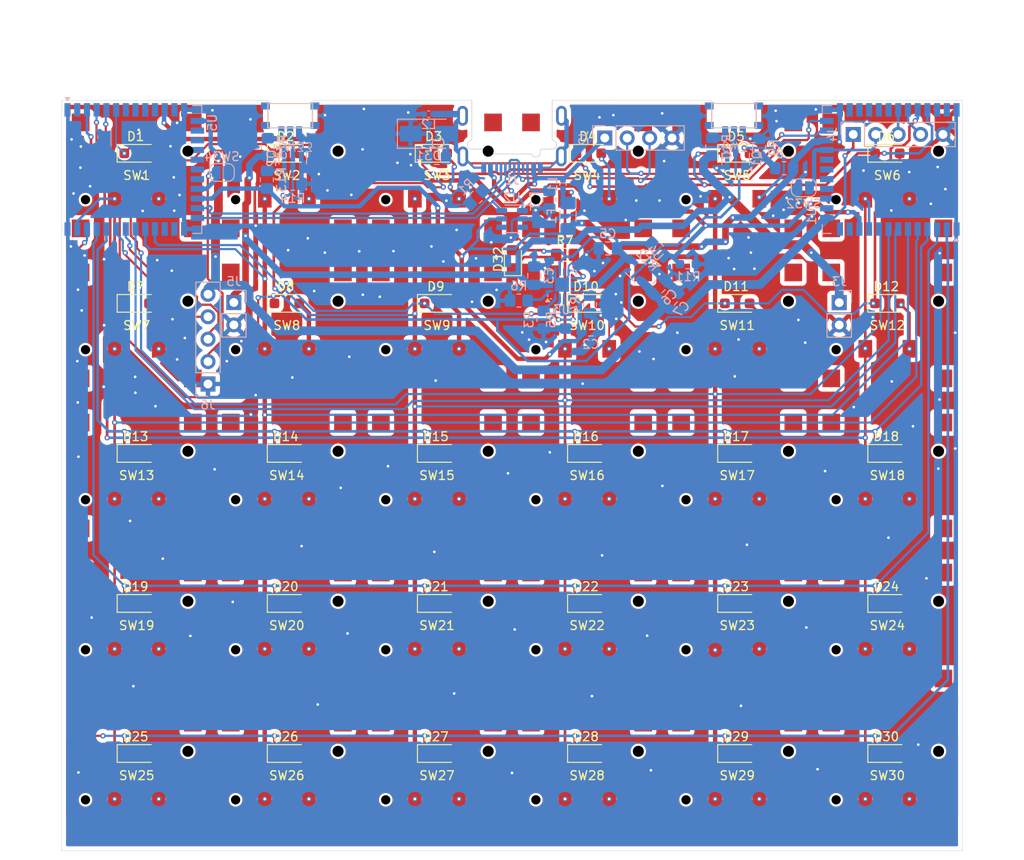
<source format=kicad_pcb>
(kicad_pcb (version 20241229) (generator "pcbnew") (generator_version "9.0")
  (layers (0 "F.Cu" signal) (2 "B.Cu" signal) (13 "F.Paste" user) (15 "B.Paste" user) (5 "F.SilkS" user "F.Silkscreen") (7 "B.SilkS" user "B.Silkscreen") (1 "F.Mask" user) (3 "B.Mask" user) (25 "Edge.Cuts" user))
  (net 0 "")
  (net 1 "Net-(D1-A)")
  (net 2 "Net-(D2-A)")
  (net 3 "Net-(D3-A)")
  (net 4 "Net-(D4-A)")
  (net 5 "Net-(D5-A)")
  (net 6 "Net-(D6-A)")
  (net 7 "Net-(D8-A)")
  (net 8 "Net-(D9-A)")
  (net 9 "Net-(D10-A)")
  (net 10 "Net-(D11-A)")
  (net 11 "Net-(D12-A)")
  (net 12 "Net-(D13-A)")
  (net 13 "Net-(D15-A)")
  (net 14 "Net-(D16-A)")
  (net 15 "Net-(D17-A)")
  (net 16 "Net-(D18-A)")
  (net 17 "Net-(D19-A)")
  (net 18 "Net-(D20-A)")
  (net 19 "Net-(D21-A)")
  (net 20 "Net-(D22-A)")
  (net 21 "Net-(D23-A)")
  (net 22 "Net-(D24-A)")
  (net 23 "Net-(D25-A)")
  (net 24 "Net-(D26-A)")
  (net 25 "Net-(D27-A)")
  (net 26 "Net-(D28-A)")
  (net 27 "GND")
  (net 28 "Net-(J1-CC2)")
  (net 29 "Net-(J1-CC1)")
  (net 30 "Net-(D29-A)")
  (net 31 "Net-(D30-A)")
  (net 32 "Net-(D7-A)")
  (net 33 "Net-(D14-A)")
  (net 34 "ROW1")
  (net 35 "ROW2")
  (net 36 "ROW3")
  (net 37 "ROW4")
  (net 38 "ROW5")
  (net 39 "Earth")
  (net 40 "VBUS")
  (net 47 "+BATT")
  (net 48 "Net-(J4-Pin_3)")
  (net 49 "Net-(J4-Pin_4)")
  (net 53 "SYSOFF")
  (net 55 "Net-(Q1-G)")
  (net 57 "COL1")
  (net 62 "COL2")
  (net 64 "COL3")
  (net 65 "COL4")
  (net 66 "COL5")
  (net 67 "COL6")
  (net 68 "+5V")
  (net 69 "+3.3V")
  (net 70 "VSENSE")
  (net 73 "+VSW")
  (net 74 "Net-(U3-ILIM)")
  (net 76 "Net-(U3-TMR)")
  (net 77 "Net-(U3-~{CHG})")
  (net 78 "Net-(U3-ISET)")
  (net 79 "Net-(U3-TS)")
  (net 80 "Net-(D32-K)")
  (net 81 "Net-(F1-Pad1)")
  (net 82 "Net-(SW31-A)")
  (net 83 "Net-(J6-Pin_4)")
  (net 84 "Net-(Q2-G)")
  (net 85 "Net-(SW33-A)")
  (net 98 "RESET1")
  (net 101 "D+")
  (net 102 "D-")
  (net 104 "RESET2")
  (net 105 "Net-(J6-Pin_3)")
  (footprint "LED_SMD:LED_0805_2012Metric_Pad1.15x1.40mm_HandSolder" (layer "F.Cu") (at 78.15 45 90)
    (property "Reference" "D32")
    (property "Value" "LED")
  )
  (footprint "Diode_SMD:D_SOD-123F" (layer "F.Cu") (at 86.55 50)
    (property "Reference" "D10")
    (property "Value" "D")
  )
  (footprint "Diode_SMD:D_SOD-123F" (layer "F.Cu") (at 35.55 101)
    (property "Reference" "D25")
    (property "Value" "D")
  )
  (footprint "Diode_SMD:D_SOD-123F" (layer "F.Cu") (at 52.55 84)
    (property "Reference" "D20")
    (property "Value" "D")
  )
  (footprint "PCM_marbastlib-xp-choc:SW_PG1316S" (layer "F.Cu") (at 86.55 52.5)
    (property "Reference" "SW10")
    (property "Value" "SW_Push")
  )
  (footprint "Diode_SMD:D_SOD-123F" (layer "F.Cu") (at 69.3 33)
    (property "Reference" "D3")
    (property "Value" "D")
  )
  (footprint "PCM_marbastlib-xp-choc:SW_PG1316S" (layer "F.Cu") (at 120.55 103.5)
    (property "Reference" "SW30")
    (property "Value" "SW_Push")
  )
  (footprint "PCM_marbastlib-xp-choc:SW_PG1316S" (layer "F.Cu") (at 69.55 52.5)
    (property "Reference" "SW9")
    (property "Value" "SW_Push")
  )
  (footprint "Diode_SMD:D_SOD-123F" (layer "F.Cu") (at 35.55 33)
    (property "Reference" "D1")
    (property "Value" "D")
  )
  (footprint "PCM_marbastlib-xp-choc:SW_PG1316S" (layer "F.Cu") (at 103.55 69.5)
    (property "Reference" "SW17")
    (property "Value" "SW_Push")
  )
  (footprint "Resistor_SMD:R_0805_2012Metric_Pad1.20x1.40mm_HandSolder" (layer "F.Cu") (at 84.05 44.5)
    (property "Reference" "R7")
    (property "Value" "1.5k")
  )
  (footprint "PCM_marbastlib-xp-choc:SW_PG1316S" (layer "F.Cu") (at 52.55 86.5)
    (property "Reference" "SW20")
    (property "Value" "SW_Push")
  )
  (footprint "PCM_marbastlib-xp-choc:SW_PG1316S" (layer "F.Cu") (at 86.55 69.5)
    (property "Reference" "SW16")
    (property "Value" "SW_Push")
  )
  (footprint "PCM_marbastlib-xp-choc:SW_PG1316S" (layer "F.Cu") (at 86.55 86.5)
    (property "Reference" "SW22")
    (property "Value" "SW_Push")
  )
  (footprint "PCM_marbastlib-xp-choc:SW_PG1316S" (layer "F.Cu") (at 35.55 86.5)
    (property "Reference" "SW19")
    (property "Value" "SW_Push")
  )
  (footprint "Diode_SMD:D_SOD-123F" (layer "F.Cu") (at 103.55 50)
    (property "Reference" "D11")
    (property "Value" "D")
  )
  (footprint "PCM_marbastlib-xp-choc:SW_PG1316S" (layer "F.Cu") (at 120.55 86.5)
    (property "Reference" "SW24")
    (property "Value" "SW_Push")
  )
  (footprint "Diode_SMD:D_SOD-123F" (layer "F.Cu") (at 35.55 67)
    (property "Reference" "D13")
    (property "Value" "D")
  )
  (footprint "PCM_marbastlib-xp-choc:SW_PG1316S" (layer "F.Cu") (at 103.55 86.5)
    (property "Reference" "SW23")
    (property "Value" "SW_Push")
  )
  (footprint "PCM_marbastlib-xp-choc:SW_PG1316S" (layer "F.Cu") (at 86.55 35.5)
    (property "Reference" "SW4")
    (property "Value" "SW_Push")
  )
  (footprint "Diode_SMD:D_SOD-123F" (layer "F.Cu") (at 103.55 84)
    (property "Reference" "D23")
    (property "Value" "D")
  )
  (footprint "Diode_SMD:D_SOD-123F" (layer "F.Cu") (at 86.75 33)
    (property "Reference" "D4")
    (property "Value" "D")
  )
  (footprint "PCM_marbastlib-xp-choc:SW_PG1316S" (layer "F.Cu") (at 69.55 103.5)
    (property "Reference" "SW27")
    (property "Value" "SW_Push")
  )
  (footprint "Diode_SMD:D_SOD-123F" (layer "F.Cu") (at 35.55 84)
    (property "Reference" "D19")
    (property "Value" "D")
  )
  (footprint "Diode_SMD:D_SOD-123F" (layer "F.Cu") (at 52.55 101)
    (property "Reference" "D26")
    (property "Value" "D")
  )
  (footprint "Diode_SMD:D_SOD-123F" (layer "F.Cu") (at 86.55 67)
    (property "Reference" "D16")
    (property "Value" "D")
  )
  (footprint "Diode_SMD:D_SOD-123F" (layer "F.Cu") (at 52.55 67)
    (property "Reference" "D14")
    (property "Value" "D")
  )
  (footprint "Diode_SMD:D_SOD-123F" (layer "F.Cu") (at 35.55 50)
    (property "Reference" "D7")
    (property "Value" "D")
  )
  (footprint "Diode_SMD:D_SOD-123F" (layer "F.Cu") (at 86.55 84)
    (property "Reference" "D22")
    (property "Value" "D")
  )
  (footprint "Diode_SMD:D_SOD-123F" (layer "F.Cu") (at 69.55 101)
    (property "Reference" "D27")
    (property "Value" "D")
  )
  (footprint "Diode_SMD:D_SOD-123F" (layer "F.Cu") (at 120.55 67)
    (property "Reference" "D18")
    (property "Value" "D")
  )
  (footprint "Diode_SMD:D_SOD-123F" (layer "F.Cu") (at 120.55 50)
    (property "Reference" "D12")
    (property "Value" "D")
  )
  (footprint "Diode_SMD:D_SOD-123F" (layer "F.Cu") (at 69.55 67)
    (property "Reference" "D15")
    (property "Value" "D")
  )
  (footprint "Diode_SMD:D_SOD-123F" (layer "F.Cu") (at 103.55 67)
    (property "Reference" "D17")
    (property "Value" "D")
  )
  (footprint "Diode_SMD:D_SOD-123F" (layer "F.Cu") (at 69.55 84)
    (property "Reference" "D21")
    (property "Value" "D")
  )
  (footprint "PCM_marbastlib-xp-choc:SW_PG1316S" (layer "F.Cu") (at 52.55 35.5)
    (property "Reference" "SW2")
    (property "Value" "SW_Push")
  )
  (footprint "PCM_marbastlib-xp-choc:SW_PG1316S" (layer "F.Cu") (at 35.55 103.5)
    (property "Reference" "SW25")
    (property "Value" "SW_Push")
  )
  (footprint "PCM_marbastlib-xp-choc:SW_PG1316S" (layer "F.Cu") (at 69.55 86.5)
    (property "Reference" "SW21")
    (property "Value" "SW_Push")
  )
  (footprint "PCM_marbastlib-xp-choc:SW_PG1316S" (layer "F.Cu") (at 103.55 35.5)
    (property "Reference" "SW5")
    (property "Value" "SW_Push")
  )
  (footprint "PCM_marbastlib-xp-choc:SW_PG1316S" (layer "F.Cu") (at 120.55 35.5)
    (property "Reference" "SW6")
    (property "Value" "SW_Push")
  )
  (footprint "PCM_marbastlib-xp-choc:SW_PG1316S" (layer "F.Cu") (at 35.55 35.5)
    (property "Reference" "SW1")
    (property "Value" "SW_Push")
  )
  (footprint "PCM_marbastlib-xp-choc:SW_PG1316S" (layer "F.Cu") (at 69.55 35.5)
    (property "Reference" "SW3")
    (property "Value" "SW_Push")
  )
  (footprint "Diode_SMD:D_SOD-123F" (layer "F.Cu") (at 120.55 33)
    (property "Reference" "D6")
    (property "Value" "D")
  )
  (footprint "PCM_marbastlib-xp-choc:SW_PG1316S" (layer "F.Cu") (at 52.55 69.5)
    (property "Reference" "SW14")
    (property "Value" "SW_Push")
  )
  (footprint "Diode_SMD:D_SOD-123F" (layer "F.Cu") (at 103.55 101)
    (property "Reference" "D29")
    (property "Value" "D")
  )
  (footprint "PCM_marbastlib-xp-choc:SW_PG1316S" (layer "F.Cu") (at 120.55 52.5)
    (property "Reference" "SW12")
    (property "Value" "SW_Push")
  )
  (footprint "PCM_marbastlib-xp-choc:SW_PG1316S" (layer "F.Cu") (at 86.55 103.5)
    (property "Reference" "SW28")
    (property "Value" "SW_Push")
  )
  (footprint "Diode_SMD:D_SOD-123F" (layer "F.Cu") (at 120.55 101)
    (property "Reference" "D30")
    (property "Value" "D")
  )
  (footprint "Diode_SMD:D_SOD-123F" (layer "F.Cu") (at 52.55 50)
    (property "Reference" "D8")
    (property "Value" "D")
  )
  (footprint "Diode_SMD:D_SOD-123F" (layer "F.Cu") (at 103.55 33)
    (property "Reference" "D5")
    (property "Value" "D")
  )
  (footprint "PCM_marbastlib-xp-choc:SW_PG1316S" (layer "F.Cu") (at 103.55 103.5)
    (property "Reference" "SW29")
    (property "Value" "SW_Push")
  )
  (footprint "PCM_marbastlib-xp-choc:SW_PG1316S" (layer "F.Cu") (at 103.55 52.5)
    (property "Reference" "SW11")
    (property "Value" "SW_Push")
  )
  (footprint "PCM_marbastlib-xp-choc:SW_PG1316S" (layer "F.Cu") (at 35.55 69.5)
    (property "Reference" "SW13")
    (property "Value" "SW_Push")
  )
  (footprint "Diode_SMD:D_SOD-123F" (layer "F.Cu") (at 69.55 50)
    (property "Reference" "D9")
    (property "Value" "D")
  )
  (footprint "PCM_marbastlib-xp-choc:SW_PG1316S" (layer "F.Cu") (at 35.55 52.5)
    (property "Reference" "SW7")
    (property "Value" "SW_Push")
  )
  (footprint "Diode_SMD:D_SOD-123F" (layer "F.Cu") (at 52.55 33)
    (property "Reference" "D2")
    (property "Value" "D")
  )
  (footprint "PCM_marbastlib-xp-choc:SW_PG1316S" (layer "F.Cu") (at 120.55 69.5)
    (property "Reference" "SW18")
    (property "Value" "SW_Push")
  )
  (footprint "PCM_marbastlib-xp-choc:SW_PG1316S" (layer "F.Cu") (at 52.55 52.5)
    (property "Reference" "SW8")
    (property "Value" "SW_Push")
  )
  (footprint "Diode_SMD:D_SOD-123F" (layer "F.Cu") (at 120.55 84)
    (property "Reference" "D24")
    (property "Value" "D")
  )
  (footprint "PCM_marbastlib-xp-choc:SW_PG1316S" (layer "F.Cu") (at 52.55 103.5)
    (property "Reference" "SW26")
    (property "Value" "SW_Push")
  )
  (footprint "PCM_marbastlib-xp-choc:SW_PG1316S" (layer "F.Cu") (at 69.55 69.5)
    (property "Reference" "SW15")
    (property "Value" "SW_Push")
  )
  (footprint "Diode_SMD:D_SOD-123F" (layer "F.Cu") (at 86.55 101)
    (property "Reference" "D28")
    (property "Value" "D")
  )
  (footprint "Resistor_SMD:R_0805_2012Metric_Pad1.20x1.40mm_HandSolder" (layer "B.Cu") (at 50.29 35.99 90)
    (property "Reference" "R13")
    (property "Value" "100")
  )
  (footprint "Capacitor_SMD:C_0805_2012Metric_Pad1.18x1.45mm_HandSolder" (layer "B.Cu") (at 96.07 49.48 45)
    (property "Reference" "C7")
    (property "Value" "100n")
  )
  (footprint "Jumper:SolderJumper-2_P1.3mm_Open_RoundedPad1.0x1.5mm" (layer "B.Cu") (at 45.2 35.17 180)
    (property "Reference" "SW34")
    (property "Value" "SW_Push")
  )
  (footprint "PCM_marbastlib-various:USB_C_Receptacle_HRO_TYPE-C-31-M-14" (layer "B.Cu") (at 78.05 33.43)
    (property "Reference" "J1")
    (property "Value" "USB_C_Receptacle_USB2.0_16P")
    (fp_line (start -4.554999 -2.075821) (end -4.554999 -6.435) (stroke (width 0.08)) (layer "Edge.Cuts"))
    (fp_line (start -3.404998 -0.905) (end -4.554999 -0.905) (stroke (width 0.08)) (layer "Edge.Cuts"))
    (fp_line (start -3.204999 -0.505) (end -3.204999 -0.705) (stroke (width 0.08)) (layer "Edge.Cuts"))
    (fp_line (start -0.004999 -0.355) (end -2.098781 -0.355) (stroke (width 0.08)) (layer "Edge.Cuts"))
    (fp_line (start -0.004999 -0.355) (end 2.088783 -0.355) (stroke (width 0.08)) (layer "Edge.Cuts"))
    (fp_line (start 3.195001 -0.505) (end 3.195001 -0.705) (stroke (width 0.08)) (layer "Edge.Cuts"))
    (fp_line (start 3.395 -0.905) (end 4.545001 -0.905) (stroke (width 0.08)) (layer "Edge.Cuts"))
    (fp_line (start 4.545001 -2.075821) (end 4.545001 -6.435) (stroke (width 0.08)) (layer "Edge.Cuts"))
    (fp_arc (start -4.554999 -2.075821) (mid -4.594642 -1.956298) (end -4.697856 -1.884158) (stroke (width 0.08)) (layer "Edge.Cuts"))
    (fp_arc (start -4.554999 -0.905) (mid -5.04976 -1.332815) (end -4.697856 -1.884157) (stroke (width 0.08)) (layer "Edge.Cuts"))
    (fp_arc (start -3.404998 -0.905) (mid -3.263577 -0.846421) (end -3.204998 -0.705) (stroke (width 0.08)) (layer "Edge.Cuts"))
    (fp_arc (start -2.271986 -0.255) (mid -2.834409 -0.022037) (end -3.204999 -0.505) (stroke (width 0.08)) (layer "Edge.Cuts"))
    (fp_arc (start -2.271986 -0.255) (mid -2.198781 -0.328205) (end -2.098781 -0.355) (stroke (width 0.08)) (layer "Edge.Cuts"))
    (fp_arc (start 2.088783 -0.355) (mid 2.188789 -0.328211) (end 2.261988 -0.255) (stroke (width 0.08)) (layer "Edge.Cuts"))
    (fp_arc (start 3.195001 -0.705) (mid 3.253579 -0.846421) (end 3.395 -0.904999) (stroke (width 0.08)) (layer "Edge.Cuts"))
    (fp_arc (start 3.195001 -0.505) (mid 2.82441 -0.022036) (end 2.261988 -0.255) (stroke (width 0.08)) (layer "Edge.Cuts"))
    (fp_arc (start 4.687858 -1.884158) (mid 4.584652 -1.9563) (end 4.545001 -2.075821) (stroke (width 0.08)) (layer "Edge.Cuts"))
    (fp_arc (start 4.687858 -1.884158) (mid 5.039763 -1.332815) (end 4.545001 -0.904999) (stroke (width 0.08)) (layer "Edge.Cuts"))
  )
  (footprint "Diode_SMD:D_SMA" (layer "B.Cu") (at 68.58 30.78)
    (property "Reference" "D31")
    (property "Value" "BSD3C051V")
  )
  (footprint "Capacitor_SMD:C_0805_2012Metric_Pad1.18x1.45mm_HandSolder" (layer "B.Cu") (at 86.97 52.955)
    (property "Reference" "C2")
    (property "Value" "4.7u")
  )
  (footprint "Capacitor_SMD:C_0805_2012Metric_Pad1.18x1.45mm_HandSolder" (layer "B.Cu") (at 88.89 43.78 180)
    (property "Reference" "C5")
    (property "Value" "1u")
  )
  (footprint "custom-syms:Slide" (layer "B.Cu") (at 103.18 28.74)
    (property "Reference" "SW31")
    (property "Value" "SW_SPDT")
  )
  (footprint "Fuse:Fuse_1206_3216Metric_Pad1.42x1.75mm_HandSolder" (layer "B.Cu") (at 84.39 40.12 -90)
    (property "Reference" "F1")
    (property "Value" "750mA")
  )
  (footprint "Resistor_SMD:R_0805_2012Metric_Pad1.20x1.40mm_HandSolder" (layer "B.Cu") (at 106.025 32.35 90)
    (property "Reference" "R9")
    (property "Value" "10k")
  )
  (footprint "Package_TO_SOT_SMD:SOT-23" (layer "B.Cu") (at 53.2275 33.57 -90)
    (property "Reference" "Q2")
    (property "Value" "2N7002")
  )
  (footprint "Package_TO_SOT_SMD:SOT-23" (layer "B.Cu") (at 103.37 33.63 90)
    (property "Reference" "Q1")
    (property "Value" "2N7002")
  )
  (footprint "custom-syms:Slide" (layer "B.Cu") (at 52.93 28.74)
    (property "Reference" "SW33")
    (property "Value" "SW_SPDT")
  )
  (footprint "Connector_PinHeader_2.54mm:PinHeader_1x02_P2.54mm_Vertical" (layer "B.Cu") (at 115.1 49.915 180)
    (property "Reference" "J3")
    (property "Value" "Conn_01x02_Pin")
  )
  (footprint "Resistor_SMD:R_0805_2012Metric_Pad1.20x1.40mm_HandSolder" (layer "B.Cu") (at 82.275 38.25 -90)
    (property "Reference" "R2")
    (property "Value" "5.1k")
  )
  (footprint "Resistor_SMD:R_0805_2012Metric_Pad1.20x1.40mm_HandSolder" (layer "B.Cu") (at 84.145 51.855 -90)
    (property "Reference" "R5")
    (property "Value" "47k")
  )
  (footprint "Resistor_SMD:R_0805_2012Metric_Pad1.20x1.40mm_HandSolder" (layer "B.Cu") (at 53.21 36.45)
    (property "Reference" "R14")
    (property "Value" "10k")
  )
  (footprint "Package_TO_SOT_SMD:SOT-23-3" (layer "B.Cu") (at 92.54 45.97 135)
    (property "Reference" "U4")
    (property "Value" "XC6206PxxxMR")
  )
  (footprint "Package_DFN_QFN:VQFN-16-1EP_3x3mm_P0.5mm_EP1.6x1.6mm" (layer "B.Cu") (at 83.695 47.88)
    (property "Reference" "U3")
    (property "Value" "BQ24075RGT")
  )
  (footprint "Resistor_SMD:R_0603_1608Metric_Pad0.98x0.95mm_HandSolder" (layer "B.Cu") (at 97.9675 45.55)
    (property "Reference" "R11")
    (property "Value" "2M")
  )
  (footprint "Resistor_SMD:R_0805_2012Metric_Pad1.20x1.40mm_HandSolder" (layer "B.Cu") (at 100.72 32.25 90)
    (property "Reference" "R10")
    (property "Value" "100k")
  )
  (footprint "Capacitor_SMD:C_0805_2012Metric_Pad1.18x1.45mm_HandSolder" (layer "B.Cu") (at 69.53 33.52 180)
    (property "Reference" "C1")
    (property "Value" "100n")
  )
  (footprint "PCM_marbastlib-various:nRF52840_holyiot_18010_HS_simple" (layer "B.Cu") (at 33.419 34.825 -90)
    (property "Reference" "U5")
    (property "Value" "nRF52840_holyiot_18010")
  )
  (footprint "Jumper:SolderJumper-2_P1.3mm_Open_RoundedPad1.0x1.5mm" (layer "B.Cu") (at 111.08 36.91)
    (property "Reference" "SW32")
    (property "Value" "SW_Push")
  )
  (footprint "Resistor_SMD:R_0805_2012Metric_Pad1.20x1.40mm_HandSolder" (layer "B.Cu") (at 78.82 49.68 180)
    (property "Reference" "R6")
    (property "Value" "10k")
  )
  (footprint "Connector_PinHeader_2.54mm:PinHeader_1x05_P2.54mm_Vertical" (layer "B.Cu") (at 116.69 30.86 -90)
    (property "Reference" "J4")
    (property "Value" "Conn_01x05_Pin")
  )
  (footprint "Inductor_SMD:L_0402_1005Metric_Pad0.77x0.64mm_HandSolder" (layer "B.Cu") (at 68.62 28.56)
    (property "Reference" "L2")
    (property "Value" "BLM15PD121SN1D")
  )
  (footprint "Resistor_SMD:R_0805_2012Metric_Pad1.20x1.40mm_HandSolder" (layer "B.Cu") (at 108.87 34.69 180)
    (property "Reference" "R8")
    (property "Value" "100")
  )
  (footprint "Resistor_SMD:R_0805_2012Metric_Pad1.20x1.40mm_HandSolder" (layer "B.Cu") (at 74 37.975 -135)
    (property "Reference" "R1")
    (property "Value" "5.1k")
  )
  (footprint "Capacitor_SMD:C_0805_2012Metric_Pad1.18x1.45mm_HandSolder" (layer "B.Cu") (at 80.57 46.855 90)
    (property "Reference" "C3")
    (property "Value" "4.7u")
  )
  (footprint "PCM_marbastlib-various:SOT-23-6-routable" (layer "B.Cu") (at 78.05 40.43 180)
    (property "Reference" "U2")
    (property "Value" "SRV05-4")
  )
  (footprint "Connector_PinHeader_2.54mm:PinHeader_1x02_P2.54mm_Vertical" (layer "B.Cu") (at 46.55 49.9 180)
    (property "Reference" "J5")
    (property "Value" "Conn_01x02_Pin")
  )
  (footprint "PCM_marbastlib-various:nRF52840_holyiot_18010_HS_simple" (layer "B.Cu") (at 122.681 34.825 90)
    (property "Reference" "U1")
    (property "Value" "nRF52840_holyiot_18010")
  )
  (footprint "Resistor_SMD:R_0805_2012Metric_Pad1.20x1.40mm_HandSolder" (layer "B.Cu") (at 50.39 32.29 90)
    (property "Reference" "R15")
    (property "Value" "100k")
  )
  (footprint "Resistor_SMD:R_0805_2012Metric_Pad1.20x1.40mm_HandSolder" (layer "B.Cu") (at 81.62 51.855 -90)
    (property "Reference" "R3")
    (property "Value" "3.9k")
  )
  (footprint "Connector_PinHeader_2.54mm:PinHeader_1x05_P2.54mm_Vertical" (layer "B.Cu") (at 43.625 59.135)
    (property "Reference" "J6")
    (property "Value" "Conn_01x05_Pin")
  )
  (footprint "Inductor_SMD:L_0402_1005Metric_Pad0.77x0.64mm_HandSolder" (layer "B.Cu") (at 83.82 36.54 -90)
    (property "Reference" "L1")
    (property "Value" "BLM15PD121SN1D")
  )
  (footprint "Capacitor_SMD:C_0805_2012Metric_Pad1.18x1.45mm_HandSolder" (layer "B.Cu") (at 94.68 48.11 45)
    (property "Reference" "C6")
    (property "Value" "1u")
  )
  (footprint "Connector_PinHeader_2.54mm:PinHeader_1x04_P2.54mm_Vertical" (layer "B.Cu") (at 88.55 31.26 -90)
    (property "Reference" "J2")
    (property "Value" "Conn_01x04_Pin")
  )
  (footprint "Resistor_SMD:R_0805_2012Metric_Pad1.20x1.40mm_HandSolder" (layer "B.Cu") (at 86.875 50.125 -90)
    (property "Reference" "R4")
    (property "Value" "1.5k")
  )
  (footprint "Resistor_SMD:R_0805_2012Metric_Pad1.20x1.40mm_HandSolder" (layer "B.Cu") (at 94.55 43.9 -45)
    (property "Reference" "R12")
    (property "Value" "806k")
  )
  (gr_line (start 55.525 30.15) (end 55.525 27) (stroke (width 0.05)) (layer "Edge.Cuts"))
  (gr_line (start 50.35 30.15) (end 50.35 27) (stroke (width 0.05)) (layer "Edge.Cuts"))
  (gr_line (start 129.05 112) (end 27.05 112) (stroke (width 0.05)) (layer "Edge.Cuts"))
  (gr_line (start 50.35 30.15) (end 55.525 30.15) (stroke (width 0.05)) (layer "Edge.Cuts"))
  (gr_line (start 100.595001 30.15) (end 105.770001 30.15) (stroke (width 0.05)) (layer "Edge.Cuts"))
  (gr_line (start 73.495001 26.995) (end 55.525 27) (stroke (width 0.05)) (layer "Edge.Cuts"))
  (gr_line (start 100.595001 30.15) (end 100.595001 27) (stroke (width 0.05)) (layer "Edge.Cuts"))
  (gr_line (start 105.770001 27) (end 129.05 27) (stroke (width 0.05)) (layer "Edge.Cuts"))
  (gr_line (start 82.595001 26.995) (end 100.595001 27) (stroke (width 0.05)) (layer "Edge.Cuts"))
  (gr_line (start 27.05 112) (end 27.05 27) (stroke (width 0.05)) (layer "Edge.Cuts"))
  (gr_line (start 27.05 27) (end 50.35 27) (stroke (width 0.05)) (layer "Edge.Cuts"))
  (gr_line (start 105.770001 30.15) (end 105.770001 27) (stroke (width 0.05)) (layer "Edge.Cuts"))
  (gr_line (start 129.05 27) (end 129.05 112) (stroke (width 0.05)) (layer "Edge.Cuts"))
  (segment (start 38.05 34.1) (end 36.95 33) (width 0.5) (layer "F.Cu") (net 1))
  (segment (start 38.05 38.15) (end 38.05 34.1) (width 0.5) (layer "F.Cu") (net 1))
  (via (at 38.05 38.15) (size 0.6) (drill 0.3) (layers "F.Cu" "B.Cu") (net 1))
  (segment (start 55.05 34.1) (end 53.95 33) (width 0.5) (layer "F.Cu") (net 2))
  (segment (start 55.05 38.15) (end 55.05 34.1) (width 0.5) (layer "F.Cu") (net 2))
  (via (at 55.05 38.15) (size 0.6) (drill 0.3) (layers "F.Cu" "B.Cu") (net 2))
  (segment (start 70.7 33.4) (end 70.7 33) (width 0.3) (layer "F.Cu") (net 3))
  (segment (start 71.521135 34.221135) (end 70.7 33.4) (width 0.3) (layer "F.Cu") (net 3))
  (segment (start 71.066238 37.066238) (end 72.05 38.05) (width 0.3) (layer "F.Cu") (net 3))
  (segment (start 71.521135 34.528866) (end 71.521135 34.221135) (width 0.3) (layer "F.Cu") (net 3))
  (segment (start 71.066238 36.825002) (end 71.066238 37.066238) (width 0.3) (layer "F.Cu") (net 3))
  (via (at 72.05 38.15) (size 0.6) (drill 0.3) (layers "F.Cu" "B.Cu") (net 3))
  (via (at 71.521135 34.528866) (size 0.6) (drill 0.3) (layers "F.Cu" "B.Cu") (net 3))
  (via (at 71.066238 36.825002) (size 0.6) (drill 0.3) (layers "F.Cu" "B.Cu") (net 3))
  (segment (start 71.05 36.34) (end 71.05 36.808762) (width 0.3) (layer "B.Cu") (net 3))
  (segment (start 71.521135 34.528866) (end 71.375 34.675001) (width 0.3) (layer "B.Cu") (net 3))
  (segment (start 71.375 34.675001) (end 71.375 36.015) (width 0.3) (layer "B.Cu") (net 3))
  (segment (start 71.05 36.808762) (end 71.066238 36.825) (width 0.3) (layer "B.Cu") (net 3))
  (segment (start 71.375 36.015) (end 71.05 36.34) (width 0.3) (layer "B.Cu") (net 3))
  (segment (start 71.066238 36.825) (end 71.066238 36.825002) (width 0.3) (layer "B.Cu") (net 3))
  (segment (start 88.19 33.64) (end 88.19 33.04) (width 0.3) (layer "F.Cu") (net 4))
  (via (at 89.05 38.15) (size 0.6) (drill 0.3) (layers "F.Cu" "B.Cu") (net 4))
  (via (at 88.19 33.64) (size 0.6) (drill 0.3) (layers "F.Cu" "B.Cu") (net 4))
  (segment (start 88.19 33.64) (end 89.05 34.5) (width 0.3) (layer "B.Cu") (net 4))
  (segment (start 89.05 34.5) (end 89.05 38.15) (width 0.3) (layer "B.Cu") (net 4))
  (segment (start 104.3375 32.3875) (end 104.95 33) (width 0.3) (layer "F.Cu") (net 5))
  (via (at 106.05 37.98) (size 0.6) (drill 0.3) (layers "F.Cu" "B.Cu") (net 5))
  (via (at 104.3375 32.3875) (size 0.6) (drill 0.3) (layers "F.Cu" "B.Cu") (net 5))
  (segment (start 107.5 32.4) (end 108.821 33.721) (width 0.3) (layer "B.Cu") (net 5))
  (segment (start 104.5 32.4) (end 107.5 32.4) (width 0.3) (layer "B.Cu") (net 5))
  (segment (start 108.821 35.39587) (end 106.23687 37.98) (width 0.3) (layer "B.Cu") (net 5))
  (segment (start 104.3375 32.3875) (end 104.4875 32.3875) (width 0.3) (layer "B.Cu") (net 5))
  (segment (start 104.4875 32.3875) (end 104.5 32.4) (width 0.3) (layer "B.Cu") (net 5))
  (segment (start 108.821 33.721) (end 108.821 35.39587) (width 0.3) (layer "B.Cu") (net 5))
  (segment (start 106.23687 37.98) (end 106.05 37.98) (width 0.3) (layer "B.Cu") (net 5))
  (segment (start 123.05 38.15) (end 121.95 37.05) (width 0.3) (layer "F.Cu") (net 6))
  (segment (start 121.95 37.05) (end 121.95 33) (width 0.3) (layer "F.Cu") (net 6))
  (via (at 123.05 38.15) (size 0.6) (drill 0.3) (layers "F.Cu" "B.Cu") (net 6))
  (segment (start 55.05 55.15) (end 55.05 51.1) (width 0.5) (layer "F.Cu") (net 7))
  (segment (start 55.05 51.1) (end 53.95 50) (width 0.5) (layer "F.Cu") (net 7))
  (via (at 55.05 55.15) (size 0.6) (drill 0.3) (layers "F.Cu" "B.Cu") (net 7))
  (segment (start 72.05 51.1) (end 70.95 50) (width 0.5) (layer "F.Cu") (net 8))
  (segment (start 72.05 55.15) (end 72.05 51.1) (width 0.5) (layer "F.Cu") (net 8))
  (via (at 72.05 55.15) (size 0.6) (drill 0.3) (layers "F.Cu" "B.Cu") (net 8))
  (segment (start 89.05 51.1) (end 87.95 50) (width 0.2) (layer "F.Cu") (net 9))
  (segment (start 89.05 55.15) (end 89.05 51.1) (width 0.2) (layer "F.Cu") (net 9))
  (via (at 89.05 55.15) (size 0.6) (drill 0.3) (layers "F.Cu" "B.Cu") (net 9))
  (segment (start 106.05 51.1) (end 104.95 50) (width 0.3) (layer "F.Cu") (net 10))
  (segment (start 106.05 55.15) (end 106.05 51.1) (width 0.3) (layer "F.Cu") (net 10))
  (via (at 106.05 55.15) (size 0.6) (drill 0.3) (layers "F.Cu" "B.Cu") (net 10))
  (segment (start 123.05 55.15) (end 123.05 51.1) (width 0.3) (layer "F.Cu") (net 11))
  (segment (start 123.05 51.1) (end 122.1125 50.1625) (width 0.3) (layer "F.Cu") (net 11))
  (via (at 122.1125 50.1625) (size 0.6) (drill 0.3) (layers "F.Cu" "B.Cu") (net 11))
  (via (at 123.05 55.15) (size 0.6) (drill 0.3) (layers "F.Cu" "B.Cu") (net 11))
  (segment (start 38.05 68.1) (end 36.95 67) (width 0.3) (layer "F.Cu") (net 12))
  (segment (start 38.05 72.15) (end 38.05 68.1) (width 0.3) (layer "F.Cu") (net 12))
  (via (at 38.05 72.15) (size 0.6) (drill 0.3) (layers "F.Cu" "B.Cu") (net 12))
  (segment (start 72.05 68.1) (end 70.95 67) (width 0.3) (layer "F.Cu") (net 13))
  (segment (start 72.05 72.15) (end 72.05 68.1) (width 0.3) (layer "F.Cu") (net 13))
  (via (at 72.05 72.15) (size 0.6) (drill 0.3) (layers "F.Cu" "B.Cu") (net 13))
  (segment (start 89.05 68.1) (end 87.95 67) (width 0.3) (layer "F.Cu") (net 14))
  (segment (start 89.05 72.15) (end 89.05 68.1) (width 0.3) (layer "F.Cu") (net 14))
  (via (at 89.05 72.15) (size 0.6) (drill 0.3) (layers "F.Cu" "B.Cu") (net 14))
  (segment (start 106.05 72.15) (end 106.05 68.1) (width 0.3) (layer "F.Cu") (net 15))
  (segment (start 106.05 68.1) (end 104.95 67) (width 0.3) (layer "F.Cu") (net 15))
  (via (at 106.05 72.15) (size 0.6) (drill 0.3) (layers "F.Cu" "B.Cu") (net 15))
  (segment (start 123.05 72.15) (end 123.05 68.1) (width 0.3) (layer "F.Cu") (net 16))
  (segment (start 123.05 68.1) (end 121.95 67) (width 0.3) (layer "F.Cu") (net 16))
  (via (at 123.05 72.15) (size 0.6) (drill 0.3) (layers "F.Cu" "B.Cu") (net 16))
  (segment (start 38.05 85.1) (end 36.95 84) (width 0.5) (layer "F.Cu") (net 17))
  (segment (start 38.05 89.15) (end 38.05 85.1) (width 0.5) (layer "F.Cu") (net 17))
  (via (at 38.05 89.15) (size 0.6) (drill 0.3) (layers "F.Cu" "B.Cu") (net 17))
  (segment (start 55.05 85.1) (end 53.95 84) (width 0.5) (layer "F.Cu") (net 18))
  (segment (start 55.05 89.15) (end 55.05 85.1) (width 0.5) (layer "F.Cu") (net 18))
  (via (at 55.05 89.15) (size 0.6) (drill 0.3) (layers "F.Cu" "B.Cu") (net 18))
  (segment (start 72.05 89.15) (end 72.05 85.1) (width 0.5) (layer "F.Cu") (net 19))
  (segment (start 72.05 85.1) (end 70.95 84) (width 0.5) (layer "F.Cu") (net 19))
  (via (at 72.05 89.15) (size 0.6) (drill 0.3) (layers "F.Cu" "B.Cu") (net 19))
  (segment (start 89.05 85.1) (end 87.95 84) (width 0.5) (layer "F.Cu") (net 20))
  (segment (start 89.05 89.15) (end 89.05 85.1) (width 0.5) (layer "F.Cu") (net 20))
  (via (at 89.05 89.15) (size 0.6) (drill 0.3) (layers "F.Cu" "B.Cu") (net 20))
  (segment (start 106.05 89.15) (end 106.05 85.1) (width 0.3) (layer "F.Cu") (net 21))
  (segment (start 106.05 85.1) (end 104.95 84) (width 0.3) (layer "F.Cu") (net 21))
  (via (at 106.05 89.15) (size 0.6) (drill 0.3) (layers "F.Cu" "B.Cu") (net 21))
  (segment (start 123.05 85.1) (end 121.95 84) (width 0.3) (layer "F.Cu") (net 22))
  (segment (start 123.05 89.15) (end 123.05 85.1) (width 0.3) (layer "F.Cu") (net 22))
  (via (at 123.05 89.15) (size 0.6) (drill 0.3) (layers "F.Cu" "B.Cu") (net 22))
  (segment (start 38.05 106.15) (end 38.05 102.1) (width 0.5) (layer "F.Cu") (net 23))
  (segment (start 38.05 102.1) (end 36.95 101) (width 0.5) (layer "F.Cu") (net 23))
  (via (at 38.05 106.15) (size 0.6) (drill 0.3) (layers "F.Cu" "B.Cu") (net 23))
  (segment (start 55.05 106.15) (end 55.05 102.1) (width 0.5) (layer "F.Cu") (net 24))
  (segment (start 55.05 102.1) (end 53.95 101) (width 0.5) (layer "F.Cu") (net 24))
  (via (at 55.05 106.15) (size 0.6) (drill 0.3) (layers "F.Cu" "B.Cu") (net 24))
  (segment (start 72.05 106.15) (end 72.05 102.1) (width 0.3) (layer "F.Cu") (net 25))
  (segment (start 72.05 102.1) (end 70.95 101) (width 0.3) (layer "F.Cu") (net 25))
  (via (at 72.05 106.15) (size 0.6) (drill 0.3) (layers "F.Cu" "B.Cu") (net 25))
  (segment (start 89.05 102.1) (end 87.95 101) (width 0.3) (layer "F.Cu") (net 26))
  (segment (start 89.05 106.15) (end 89.05 102.1) (width 0.3) (layer "F.Cu") (net 26))
  (via (at 89.05 106.15) (size 0.6) (drill 0.3) (layers "F.Cu" "B.Cu") (net 26))
  (segment (start 79.3 43.15) (end 79.325 43.175) (width 0.2) (layer "F.Cu") (net 27))
  (segment (start 48.924 36.975) (end 48.924 40.099) (width 0.3) (layer "F.Cu") (net 27))
  (segment (start 27.701 43.151) (end 27.701 39.75) (width 0.3) (layer "F.Cu") (net 27))
  (segment (start 49.225 36.674) (end 48.924 36.975) (width 0.3) (layer "F.Cu") (net 27))
  (segment (start 48.924 40.099) (end 49.05 40.225) (width 0.3) (layer "F.Cu") (net 27))
  (segment (start 128.375 32.1) (end 128.375 27.975) (width 0.2) (layer "F.Cu") (net 27))
  (segment (start 77.92 42.55) (end 76.919 43.551) (width 0.2) (layer "F.Cu") (net 27))
  (segment (start 77.92 42.55) (end 78.7 42.55) (width 0.2) (layer "F.Cu") (net 27))
  (segment (start 79.325 43.175) (end 79.525 43.175) (width 0.2) (layer "F.Cu") (net 27))
  (segment (start 112.075 45.975) (end 110.75 44.65) (width 0.2) (layer "F.Cu") (net 27))
  (segment (start 28.1 43.55) (end 27.701 43.151) (width 0.3) (layer "F.Cu") (net 27))
  (segment (start 128.3 43.225) (end 128.3 39.825) (width 0.2) (layer "F.Cu") (net 27))
  (segment (start 76.919 43.551) (end 75.923943 43.551) (width 0.2) (layer "F.Cu") (net 27))
  (segment (start 27.775 31.149) (end 27.775 28.026) (width 0.2) (layer "F.Cu") (net 27))
  (segment (start 128.3 44.35) (end 128.3 48.125) (width 0.2) (layer "F.Cu") (net 27))
  (segment (start 78.7 42.55) (end 79.3 43.15) (width 0.2) (layer "F.Cu") (net 27))
  (segment (start 49.225 35.15) (end 49.225 36.674) (width 0.3) (layer "F.Cu") (net 27))
  (via (at 104.825 42.525) (size 0.6) (drill 0.3) (layers "F.Cu" "B.Cu") (net 27))
  (via (at 37.675 61.65) (size 0.6) (drill 0.3) (layers "F.Cu" "B.Cu") (net 27))
  (via (at 87.375 46.35) (size 0.6) (drill 0.3) (layers "F.Cu" "B.Cu") (net 27))
  (via (at 95.05 28.475) (size 0.6) (drill 0.3) (layers "F.Cu" "B.Cu") (net 27))
  (via (at 36.225 39.525) (size 0.6) (drill 0.3) (layers "F.Cu" "B.Cu") (net 27))
  (via (at 86.27 54.73) (size 0.6) (drill 0.3) (layers "F.Cu" "B.Cu") (net 27))
  (via (at 81.9 54.375) (size 0.6) (drill 0.3) (layers "F.Cu" "B.Cu") (net 27))
  (via (at 111.275 35.125) (size 0.6) (drill 0.3) (layers "F.Cu" "B.Cu") (net 27))
  (via (at 93.35 87.65) (size 0.6) (drill 0.3) (layers "F.Cu" "B.Cu") (net 27))
  (via (at 44.125 28.125) (size 0.6) (drill 0.3) (layers "F.Cu" "B.Cu") (net 27))
  (via (at 61.15 49.025) (size 0.6) (drill 0.3) (layers "F.Cu" "B.Cu") (net 27))
  (via (at 80.725 39.45) (size 0.6) (drill 0.3) (layers "F.Cu" "B.Cu") (net 27))
  (via (at 60.75 44.1) (size 0.6) (drill 0.3) (layers "F.Cu" "B.Cu") (net 27))
  (via (at 110.475 51.875) (size 0.6) (drill 0.3) (layers "F.Cu" "B.Cu") (net 27))
  (via (at 71.775 41.675) (size 0.6) (drill 0.3) (layers "F.Cu" "B.Cu") (net 27))
  (via (at 103.975 95.6) (size 0.6) (drill 0.3) (layers "F.Cu" "B.Cu") (net 27))
  (via (at 59.85 37.7) (size 0.6) (drill 0.3) (layers "F.Cu" "B.Cu") (net 27))
  (via (at 39.375 32.2) (size 0.6) (drill 0.3) (layers "F.Cu" "B.Cu") (net 27))
  (via (at 104.65 77.35) (size 0.6) (drill 0.3) (layers "F.Cu" "B.Cu") (net 27))
  (via (at 70.6125 38.3625) (size 0.6) (drill 0.3) (layers "F.Cu" "B.Cu") (net 27))
  (via (at 35.375 58.325) (size 0.6) (drill 0.3) (layers "F.Cu" "B.Cu") (net 27))
  (via (at 54.925 42.625) (size 0.6) (drill 0.3) (layers "F.Cu" "B.Cu") (net 27))
  (via (at 105.025 31.35) (size 0.6) (drill 0.3) (layers "F.Cu" "B.Cu") (net 27))
  (via (at 76.25 44.65) (size 0.6) (drill 0.3) (layers "F.Cu" "B.Cu") (net 27))
  (via (at 93.775 102.9) (size 0.6) (drill 0.3) (layers "F.Cu" "B.Cu") (net 27))
  (via (at 66.54 33.1) (size 0.6) (drill 0.3) (layers "F.Cu" "B.Cu") (net 27))
  (via (at 39.75 35.725) (size 0.6) (drill 0.3) (layers "F.Cu" "B.Cu") (net 27))
  (via (at 102.575 44.875) (size 0.6) (drill 0.3) (layers "F.Cu" "B.Cu") (net 27))
  (via (at 89.85 51.75) (size 0.6) (drill 0.3) (layers "F.Cu" "B.Cu") (net 27))
  (via (at 30.275 36.725) (size 0.6) (drill 0.3) (layers "F.Cu" "B.Cu") (net 27))
  (via (at 28.875 61.225) (size 0.6) (drill 0.3) (layers "F.Cu" "B.Cu") (net 27))
  (via (at 88.35 45.425) (size 0.6) (drill 0.3) (layers "F.Cu" "B.Cu") (net 27))
  (via (at 35.175 93.375) (size 0.6) (drill 0.3) (layers "F.Cu" "B.Cu") (net 27))
  (via (at 118.9 51.575) (size 0.6) (drill 0.3) (layers "F.Cu" "B.Cu") (net 27))
  (via (at 54.225 77.5) (size 0.6) (drill 0.3) (layers "F.Cu" "B.Cu") (net 27))
  (via (at 90.925 40.55) (size 0.6) (drill 0.3) (layers "F.Cu" "B.Cu") (net 27))
  (via (at 29.325 50.8) (size 0.6) (drill 0.3) (layers "F.Cu" "B.Cu") (net 27))
  (via (at 94.75 38.35) (size 0.6) (drill 0.3) (layers "F.Cu" "B.Cu") (net 27))
  (via (at 28.9 48.45) (size 0.6) (drill 0.3) (layers "F.Cu" "B.Cu") (net 27))
  (via (at 52.7 43.975) (size 0.6) (drill 0.3) (layers "F.Cu" "B.Cu") (net 27))
  (via (at 109.15 38.05) (size 0.6) (drill 0.3) (layers "F.Cu" "B.Cu") (net 27))
  (via (at 89.525 28.675) (size 0.6) (drill 0.3) (layers "F.Cu" "B.Cu") (net 27))
  (via (at 90.29 46.9) (size 0.6) (drill 0.3) (layers "F.Cu" "B.Cu") (net 27))
  (via (at 69.2 48.3) (size 0.6) (drill 0.3) (layers "F.Cu" "B.Cu") (net 27))
  (via (at 71.5 94.2) (size 0.6) (drill 0.3) (layers "F.Cu" "B.Cu") (net 27))
  (via (at 112.65 102.775) (size 0.6) (drill 0.3) (layers "F.Cu" "B.Cu") (net 27))
  (via (at 126.25 34.55) (size 0.6) (drill 0.3) (layers "F.Cu" "B.Cu") (net 27))
  (via (at 120.675 76.55) (size 0.6) (drill 0.3) (layers "F.Cu" "B.Cu") (net 27))
  (via (at 61.125 32.55) (size 0.6) (drill 0.3) (layers "F.Cu" "B.Cu") (net 27))
  (via (at 121.05 58.85) (size 0.6) (drill 0.3) (layers "F.Cu" "B.Cu") (net 27))
  (via (at 112 40.15) (size 0.6) (drill 0.3) (layers "F.Cu" "B.Cu") (net 27))
  (via (at 40.4 37.725) (size 0.6) (drill 0.3) (layers "F.Cu" "B.Cu") (net 27))
  (via (at 96.775 53.325) (size 0.6) (drill 0.3) (layers "F.Cu" "B.Cu") (net 27))
  (via (at 49.025 60.4) (size 0.6) (drill 0.3) (layers "F.Cu" "B.Cu") (net 27))
  (via (at 59.425 87.4) (size 0.6) (drill 0.3) (layers "F.Cu" "B.Cu") (net 27))
  (via (at 79.98 54.11) (size 0.6) (drill 0.3) (layers "F.Cu" "B.Cu") (net 27))
  (via (at 58.65 70.9) (size 0.6) (drill 0.3) (layers "F.Cu" "B.Cu") (net 27))
  (via (at 73.52 49.82) (size 0.6) (drill 0.3) (layers "F.Cu" "B.Cu") (net 27))
  (via (at 82.3 40.475) (size 0.6) (drill 0.3) (layers "F.Cu" "B.Cu") (net 27))
  (via (at 115.125 31.7) (size 0.6) (drill 0.3) (layers "F.Cu" "B.Cu") (net 27))
  (via (at 118.225 29.425) (size 0.6) (drill 0.3) (layers "F.Cu" "B.Cu") (net 27))
  (via (at 87.1 94.5) (size 0.6) (drill 0.3) (layers "F.Cu" "B.Cu") (net 27))
  (via (at 123.025 35.125) (size 0.6) (drill 0.3) (layers "F.Cu" "B.Cu") (net 27))
  (via (at 45.75 56.55) (size 0.6) (drill 0.3) (layers "F.Cu" "B.Cu") (net 27))
  (via (at 48.475 62.6) (size 0.6) (drill 0.3) (layers "F.Cu" "B.Cu") (net 27))
  (via (at 127.125 37.05) (size 0.6) (drill 0.3) (layers "F.Cu" "B.Cu") (net 27))
  (via (at 105.1 44.25) (size 0.6) (drill 0.3) (layers "F.Cu" "B.Cu") (net 27))
  (via (at 99.025 47.05) (size 0.6) (drill 0.3) (layers "F.Cu" "B.Cu") (net 27))
  (via (at 112.45 28.025) (size 0.6) (drill 0.3) (layers "F.Cu" "B.Cu") (net 27))
  (via (at 86.25 39.5) (size 0.6) (drill 0.3) (layers "F.Cu" "B.Cu") (net 27))
  (via (at 56.875 28.675) (size 0.6) (drill 0.3) (layers "F.Cu" "B.Cu") (net 27))
  (via (at 116.75 61.75) (size 0.6) (drill 0.3) (layers "F.Cu" "B.Cu") (net 27))
  (via (at 124.05 100) (size 0.6) (drill 0.3) (layers "F.Cu" "B.Cu") (net 27))
  (via (at 81.7825 45.9925) (size 0.6) (drill 0.3) (layers "F.Cu" "B.Cu") (net 27))
  (via (at 94.075 56.3) (size 0.6) (drill 0.3) (layers "F.Cu" "B.Cu") (net 27))
  (via (at 41.625 87.675) (size 0.6) (drill 0.3) (layers "F.Cu" "B.Cu") (net 27))
  (via (at 35.4 60.125) (size 0.6) (drill 0.3) (layers "F.Cu" "B.Cu") (net 27))
  (via (at 31.875 52.475) (size 0.6) (drill 0.3) (layers "F.Cu" "B.Cu") (net 27))
  (via (at 39.8 39.5) (size 0.6) (drill 0.3) (layers "F.Cu" "B.Cu") (net 27))
  (via (at 28.825 56.55) (size 0.6) (drill 0.3) (layers "F.Cu" "B.Cu") (net 27))
  (via (at 29.175 34.625) (size 0.6) (drill 0.3) (layers "F.Cu" "B.Cu") (net 27))
  (via (at 35.775 30.35) (size 0.6) (drill 0.3) (layers "F.Cu" "B.Cu") (net 27))
  (via (at 39.525 46.3) (size 0.6) (drill 0.3) (layers "F.Cu" "B.Cu") (net 27))
  (via (at 125.475 38.725) (size 0.6) (drill 0.3) (layers "F.Cu" "B.Cu") (net 27))
  (via (at 68.925 43.55) (size 0.6) (drill 0.3) (layers "F.Cu" "B.Cu") (net 27))
  (via (at 78.35 86.95) (size 0.6) (drill 0.3) (layers "F.Cu" "B.Cu") (net 27))
  (via (at 28.95 103.15) (size 0.6) (drill 0.3) (layers "F.Cu" "B.Cu") (net 27))
  (via (at 38.5 78.925) (size 0.6) (drill 0.3) (layers "F.Cu" "B.Cu") (net 27))
  (via (at 64 68.45) (size 0.6) (drill 0.3) (layers "F.Cu" "B.Cu") (net 27))
  (via (at 31.875 45) (size 0.6) (drill 0.3) (layers "F.Cu" "B.Cu") (net 27))
  (via (at 41 53.925) (size 0.6) (drill 0.3) (layers "F.Cu" "B.Cu") (net 27))
  (via (at 37.875 45.1) (size 0.6) (drill 0.3) (layers "F.Cu" "B.Cu") (net 27))
  (via (at 117.85 34.95) (size 0.6) (drill 0.3) (layers "F.Cu" "B.Cu") (net 27))
  (via (at 40.125 29.55) (size 0.6) (drill 0.3) (layers "F.Cu" "B.Cu") (net 27))
  (via (at 59.625 56.05) (size 0.6) (drill 0.3) (layers "F.Cu" "B.Cu") (net 27))
  (via (at 87.95 28.925) (size 0.6) (drill 0.3) (layers "F.Cu" "B.Cu") (net 27))
  (via (at 34.8 74.65) (size 0.6) (drill 0.3) (layers "F.Cu" "B.Cu") (net 27))
  (via (at 61.275 27.975) (size 0.6) (drill 0.3) (layers "F.Cu" "B.Cu") (net 27))
  (via (at 107.625 40.075) (size 0.6) (drill 0.3) (layers "F.Cu" "B.Cu") (net 27))
  (via (at 70.275 45.25) (size 0.6) (drill 0.3) (layers "F.Cu" "B.Cu") (net 27))
  (via (at 86.05 59.1) (size 0.6) (drill 0.3) (layers "F.Cu" "B.Cu") (net 27))
  (via (at 89.8 48.95) (size 0.6) (drill 0.3) (layers "F.Cu" "B.Cu") (net 27))
  (via (at 75.7 43.075) (size 0.6) (drill 0.3) (layers "F.Cu" "B.Cu") (net 27))
  (via (at 126.45 60.9) (size 0.6) (drill 0.3) (layers "F.Cu" "B.Cu") (net 27))
  (via (at 66.61 34.35) (size 0.6) (drill 0.3) (layers "F.Cu" "B.Cu") (net 27))
  (via (at 88.1 51.36) (size 0.6) (drill 0.3) (layers "F.Cu" "B.Cu") (net 27))
  (via (at 78.3 47.7) (size 0.6) (drill 0.3) (layers "F.Cu" "B.Cu") (net 27))
  (via (at 73.975 44.9) (size 0.6) (drill 0.3) (layers "F.Cu" "B.Cu") (net 27))
  (via (at 28.4 37.55) (size 0.6) (drill 0.3) (layers "F.Cu" "B.Cu") (net 27))
  (via (at 95.075 70.675) (size 0.6) (drill 0.3) (layers "F.Cu" "B.Cu") (net 27))
  (via (at 47.275 33.375) (size 0.6) (drill 0.3) (layers "F.Cu" "B.Cu") (net 27))
  (via (at 49.025 41.2) (size 0.6) (drill 0.3) (layers "F.Cu" "B.Cu") (net 27))
  (via (at 46.425 83.825) (size 0.6) (drill 0.3) (layers "F.Cu" "B.Cu") (net 27))
  (via (at 30.45 85.6) (size 0.6) (drill 0.3) (layers "F.Cu" "B.Cu") (net 27))
  (via (at 77.6 69.25) (size 0.6) (drill 0.3) (layers "F.Cu" "B.Cu") (net 27))
  (via (at 128.25 66.45) (size 0.6) (drill 0.3) (layers "F.Cu" "B.Cu") (net 27))
  (via (at 28.95 67.375) (size 0.6) (drill 0.3) (layers "F.Cu" "B.Cu") (net 27))
  (via (at 28.1 43.55) (size 0.6) (drill 0.3) (layers "F.Cu" "B.Cu") (net 27))
  (via (at 48.425 29.15) (size 0.6) (drill 0.3) (layers "F.Cu" "B.Cu") (net 27))
  (via (at 111.25 54.45) (size 0.6) (drill 0.3) (layers "F.Cu" "B.Cu") (net 27))
  (via (at 108 29.35) (size 0.6) (drill 0.3) (layers "F.Cu" "B.Cu") (net 27))
  (via (at 92.475 55.45) (size 0.6) (drill 0.3) (layers "F.Cu" "B.Cu") (net 27))
  (via (at 101.225 34.675) (size 0.6) (drill 0.3) (layers "F.Cu" "B.Cu") (net 27))
  (via (at 55.65 48.6) (size 0.6) (drill 0.3) (layers "F.Cu" "B.Cu") (net 27))
  (via (at 64.625 44.075) (size 0.6) (drill 0.3) (layers "F.Cu" "B.Cu") (net 27))
  (via (at 53.175 58.4) (size 0.6) (drill 0.3) (layers "F.Cu" "B.Cu") (net 27))
  (via (at 103.2 46.1) (size 0.6) (drill 0.3) (layers "F.Cu" "B.Cu") (net 27))
  (via (at 39.6 51.8) (size 0.6) (drill 0.3) (layers "F.Cu" "B.Cu") (net 27))
  (via (at 123.45 63.925) (size 0.6) (drill 0.3) (layers "F.Cu" "B.Cu") (net 27))
  (via (at 73.35 36.85) (size 0.6) (drill 0.3) (layers "F.Cu" "B.Cu") (net 27))
  (via (at 128.25 53.325) (size 0.6) (drill 0.3) (layers "F.Cu" "B.Cu") (net 27))
  (via (at 121 39.475) (size 0.6) (drill 0.3) (layers "F.Cu" "B.Cu") (net 27))
  (via (at 113.5 69) (size 0.6) (drill 0.3) (layers "F.Cu" "B.Cu") (net 27))
  (via (at 57.15 37.2) (size 0.6) (drill 0.3) (layers "F.Cu" "B.Cu") (net 27))
  (via (at 105.5 46.075) (size 0.6) (drill 0.3) (layers "F.Cu" "B.Cu") (net 27))
  (via (at 79.21 53.29) (size 0.6) (drill 0.3) (layers "F.Cu" "B.Cu") (net 27))
  (via (at 31.825 59.45) (size 0.6) (drill 0.3) (layers "F.Cu" "B.Cu") (net 27))
  (via (at 36.175 35.8) (size 0.6) (drill 0.3) (layers "F.Cu" "B.Cu") (net 27))
  (via (at 69.25 78.15) (size 0.6) (drill 0.3) (layers "F.Cu" "B.Cu") (net 27))
  (via (at 103.7 54.1) (size 0.6) (drill 0.3) (layers "F.Cu" "B.Cu") (net 27))
  (via (at 63.075 49.25) (size 0.6) (drill 0.3) (layers "F.Cu" "B.Cu") (net 27))
  (via (at 40.125 56.35) (size 0.6) (drill 0.3) (layers "F.Cu" "B.Cu") (net 27))
  (via (at 86.47 44.49) (size 0.6) (drill 0.3) (layers "F.Cu" "B.Cu") (net 27))
  (via (at 69.4 58.75) (size 0.6) (drill 0.3) (layers "F.Cu" "B.Cu") (net 27))
  (via (at 90.425 49.9) (size 0.6) (drill 0.3) (layers "F.Cu" "B.Cu") (net 27))
  (via (at 56.175 35.35) (size 0.6) (drill 0.3) (layers "F.Cu" "B.Cu") (net 27))
  (via (at 29.65 44.575) (size 0.6) (drill 0.3) (layers "F.Cu" "B.Cu") (net 27))
  (via (at 111.375 86.725) (size 0.6) (drill 0.3) (layers "F.Cu" "B.Cu") (net 27))
  (via (at 103.275 58.275) (size 0.6) (drill 0.3) (layers "F.Cu" "B.Cu") (net 27))
  (via (at 107.9 28.175) (size 0.6) (drill 0.3) (layers "F.Cu" "B.Cu") (net 27))
  (via (at 47.4 54.275) (size 0.6) (drill 0.3) (layers "F.Cu" "B.Cu") (net 27))
  (via (at 110.5 38.625) (size 0.6) (drill 0.3) (layers "F.Cu" "B.Cu") (net 27))
  (via (at 56.05 95.45) (size 0.6) (drill 0.3) (layers "F.Cu" "B.Cu") (net 27))
  (via (at 56.85 44.25) (size 0.6) (drill 0.3) (layers "F.Cu" "B.Cu") (net 27))
  (via (at 44.375 68.8) (size 0.6) (drill 0.3) (layers "F.Cu" "B.Cu") (net 27))
  (via (at 82.325 66.875) (size 0.6) (drill 0.3) (layers "F.Cu" "B.Cu") (net 27))
  (via (at 92.125 38.35) (size 0.6) (drill 0.3) (layers "F.Cu" "B.Cu") (net 27))
  (via (at 124.975 81.15) (size 0.6) (drill 0.3) (layers "F.Cu" "B.Cu") (net 27))
  (via (at 66.3 28.375) (size 0.6) (drill 0.3) (layers "F.Cu" "B.Cu") (net 27))
  (via (at 95.275 33.875) (size 0.6) (drill 0.3) (layers "F.Cu" "B.Cu") (net 27))
  (via (at 76.3 48.475) (size 0.6) (drill 0.3) (layers "F.Cu" "B.Cu") (net 27))
  (via (at 28.175 31.425) (size 0.6) (drill 0.3) (layers "F.Cu" "B.Cu") (net 27))
  (via (at 126.325 68.725) (size 0.6) (drill 0.3) (layers "F.Cu" "B.Cu") (net 27))
  (via (at 94.741123 46.683877) (size 0.6) (drill 0.3) (layers "F.Cu" "B.Cu") (net 27))
  (via (at 77.92 42.55) (size 0.6) (drill 0.3) (layers "F.Cu" "B.Cu") (net 27))
  (via (at 99.4 37.875) (size 0.6) (drill 0.3) (layers "F.Cu" "B.Cu") (net 27))
  (via (at 29.225 32.225) (size 0.6) (drill 0.3) (layers "F.Cu" "B.Cu") (net 27))
  (via (at 78.05 103.2) (size 0.6) (drill 0.3) (layers "F.Cu" "B.Cu") (net 27))
  (via (at 65.075 34.075) (size 0.6) (drill 0.3) (layers "F.Cu" "B.Cu") (net 27))
  (via (at 88.25 78.55) (size 0.6) (drill 0.3) (layers "F.Cu" "B.Cu") (net 27))
  (via (at 126.475 44.325) (size 0.6) (drill 0.3) (layers "F.Cu" "B.Cu") (net 27))
  (via (at 108.8 39.4) (size 0.6) (drill 0.3) (layers "F.Cu" "B.Cu") (net 27))
  (segment (start 68.0475 29.3125) (end 66.58 30.78) (width 0.2) (layer "B.Cu") (net 27))
  (segment (start 84.445 45.775) (end 84.88 45.34) (width 0.2) (layer "B.Cu") (net 27))
  (segment (start 110.43 36.155) (end 110.43 36.91) (width 0.5) (layer "B.Cu") (net 27))
  (segment (start 68.0475 28.56) (end 68.0475 29.3125) (width 0.2) (layer "B.Cu") (net 27))
  (segment (start 84.445 46.879999) (end 84.345 46.979999) (width 0.2) (layer "B.Cu") (net 27))
  (segment (start 71.06 38.81) (end 70.6125 38.3625) (width 0.2) (layer "B.Cu") (net 27))
  (segment (start 94.159829 46.102583) (end 94.741123 46.683877) (width 1) (layer "B.Cu") (net 27))
  (segment (start 84.345 46.979999) (end 84.345 47.23) (width 0.2) (layer "B.Cu") (net 27))
  (segment (start 73.35 36.85) (end 73.35 38.625) (width 0.2) (layer "B.Cu") (net 27))
  (segment (start 70.6125 38.3625) (end 72.125 36.85) (width 0.2) (layer "B.Cu") (net 27))
  (segment (start 81.7825 45.9925) (end 82.595 46.805) (width 0.75) (layer "B.Cu") (net 27))
  (segment (start 86.25 39.5) (end 85.725 40.025) (width 0.2) (layer "B.Cu") (net 27))
  (segment (start 88.0075 52.9925) (end 86.27 54.73) (width 0.75) (layer "B.Cu") (net 27))
  (segment (start 94.741123 46.683877) (end 96.803623 48.746377) (width 1) (layer "B.Cu") (net 27))
  (segment (start 73.165 38.81) (end 71.06 38.81) (width 0.2) (layer "B.Cu") (net 27))
  (segment (start 84.445 46.4425) (end 84.6075 46.28) (width 0.2) (layer "B.Cu") (net 27))
  (segment (start 83.6 40.025) (end 83.15 40.475) (width 0.2) (layer "B.Cu") (net 27))
  (segment (start 54.1775 30.9375) (end 54.141 30.901) (width 0.5) (layer "B.Cu") (net 27))
  (segment (start 105.025 31.35) (end 104.729 31.35) (width 0.3) (layer "B.Cu") (net 27))
  (segment (start 87.8525 43.78) (end 87.18 43.78) (width 0.2) (layer "B.Cu") (net 27))
  (segment (start 101.8 32.275) (end 102.42 32.895) (width 0.3) (layer "B.Cu") (net 27))
  (segment (start 78.295 40.43) (end 78.025 40.7) (width 0.25) (layer "B.Cu") (net 27))
  (segment (start 80.57 45.8175) (end 81.6075 45.8175) (width 0.75) (layer "B.Cu") (net 27))
  (segment (start 111.275 35.125) (end 111.275 35.31) (width 0.5) (layer "B.Cu") (net 27))
  (segment (start 101.225 34.675) (end 102.875 36.325) (width 0.3) (layer "B.Cu") (net 27))
  (segment (start 84.145 52.855) (end 81.62 52.855) (width 0.75) (layer "B.Cu") (net 27))
  (segment (start 82.945 47.13) (end 83.695 47.88) (width 0.3) (layer "B.Cu") (net 27))
  (segment (start 104.729 31.35) (end 104.18 30.801) (width 0.3) (layer "B.Cu") (net 27))
  (segment (start 82.945 46.4425) (end 82.945 47.13) (width 0.3) (layer "B.Cu") (net 27))
  (segment (start 83.15 40.475) (end 82.3 40.475) (width 0.2) (layer "B.Cu") (net 27))
  (segment (start 106.04 31.35) (end 105.025 31.35) (width 0.3) (layer "B.Cu") (net 27))
  (segment (start 81.6075 45.8175) (end 81.7825 45.9925) (width 0.75) (layer "B.Cu") (net 27))
  (segment (start 88.0075 52.955) (end 88.0075 52.3675) (width 0.75) (layer "B.Cu") (net 27))
  (segment (start 88.0075 52.3675) (end 86.77 51.13) (width 0.75) (layer "B.Cu") (net 27))
  (segment (start 54.1775 32.6325) (end 54.1775 30.9375) (width 0.5) (layer "B.Cu") (net 27))
  (segment (start 84.445 46.4425) (end 84.445 46.879999) (width 0.2) (layer "B.Cu") (net 27))
  (segment (start 78.025 40.7) (end 78.025 42.175) (width 0.25) (layer "B.Cu") (net 27))
  (segment (start 54.1775 32.6325) (end 54.1775 36.4175) (width 0.5) (layer "B.Cu") (net 27))
  (segment (start 84.6075 46.28) (end 85.4 46.28) (width 0.2) (layer "B.Cu") (net 27))
  (segment (start 94.016085 46.102583) (end 94.159829 46.102583) (width 1) (layer "B.Cu") (net 27))
  (segment (start 84.445 46.4425) (end 84.445 45.775) (width 0.2) (layer "B.Cu") (net 27))
  (segment (start 85.725 40.025) (end 83.6 40.025) (width 0.2) (layer "B.Cu") (net 27))
  (segment (start 111.275 35.31) (end 110.43 36.155) (width 0.5) (layer "B.Cu") (net 27))
  (segment (start 54.141 30.901) (end 53.93 30.901) (width 0.5) (layer "B.Cu") (net 27))
  (segment (start 115.181 28.075) (end 115.181 29.256) (width 0.2) (layer "B.Cu") (net 27))
  (segment (start 101.8 32.275) (end 99.475 32.275) (width 0.3) (layer "B.Cu") (net 27))
  (segment (start 101.3325 34.5675) (end 101.225 34.675) (width 0.3) (layer "B.Cu") (net 27))
  (segment (start 107.24 30.15) (end 107.85 30.15) (width 0.3) (layer "B.Cu") (net 27))
  (segment (start 72.125 36.85) (end 73.35 36.85) (width 0.2) (layer "B.Cu") (net 27))
  (segment (start 102.42 34.5675) (end 102.42 32.895) (width 0.3) (layer "B.Cu") (net 27))
  (segment (start 106.04 31.35) (end 107.24 30.15) (width 0.3) (layer "B.Cu") (net 27))
  (segment (start 87.18 43.78) (end 86.47 44.49) (width 0.2) (layer "B.Cu") (net 27))
  (segment (start 82.2575 47.13) (end 82.945 47.13) (width 0.3) (layer "B.Cu") (net 27))
  (segment (start 102.42 34.5675) (end 101.3325 34.5675) (width 0.3) (layer "B.Cu") (net 27))
  (segment (start 115.181 29.256) (end 115.325 29.4) (width 0.2) (layer "B.Cu") (net 27))
  (segment (start 79.225 40.43) (end 78.295 40.43) (width 0.25) (layer "B.Cu") (net 27))
  (segment (start 115.325 29.4) (end 118.2 29.4) (width 0.2) (layer "B.Cu") (net 27))
  (segment (start 118.2 29.4) (end 118.225 29.425) (width 0.2) (layer "B.Cu") (net 27))
  (segment (start 79.876 35.690702) (end 79.876 36.776) (width 0.25) (layer "B.Cu") (net 28))
  (segment (start 80.35 37.25) (end 82.275 37.25) (width 0.25) (layer "B.Cu") (net 28))
  (segment (start 79.8 34.63) (end 79.8 35.614702) (width 0.25) (layer "B.Cu") (net 28))
  (segment (start 79.8 35.614702) (end 79.876 35.690702) (width 0.25) (layer "B.Cu") (net 28))
  (segment (start 79.876 36.776) (end 80.35 37.25) (width 0.25) (layer "B.Cu") (net 28))
  (segment (start 76.8 35.981518) (end 76.8 34.63) (width 0.25) (layer "B.Cu") (net 29))
  (segment (start 74.707107 37.267893) (end 75.513625 37.267893) (width 0.25) (layer "B.Cu") (net 29))
  (segment (start 75.513625 37.267893) (end 76.8 35.981518) (width 0.25) (layer "B.Cu") (net 29))
  (segment (start 106.05 102.1) (end 104.95 101) (width 0.3) (layer "F.Cu") (net 30))
  (segment (start 106.05 106.15) (end 106.05 102.1) (width 0.3) (layer "F.Cu") (net 30))
  (via (at 106.05 106.15) (size 0.6) (drill 0.3) (layers "F.Cu" "B.Cu") (net 30))
  (segment (start 123.05 106.15) (end 123.05 102.1) (width 0.3) (layer "F.Cu") (net 31))
  (segment (start 123.05 102.1) (end 121.95 101) (width 0.3) (layer "F.Cu") (net 31))
  (via (at 123.05 106.15) (size 0.6) (drill 0.3) (layers "F.Cu" "B.Cu") (net 31))
  (segment (start 38.05 55.15) (end 38.05 51.1) (width 0.5) (layer "F.Cu") (net 32))
  (segment (start 38.05 51.1) (end 36.95 50) (width 0.5) (layer "F.Cu") (net 32))
  (via (at 38.05 55.15) (size 0.6) (drill 0.3) (layers "F.Cu" "B.Cu") (net 32))
  (segment (start 55.05 72.15) (end 55.05 68.1) (width 0.3) (layer "F.Cu") (net 33))
  (segment (start 55.05 68.1) (end 53.95 67) (width 0.3) (layer "F.Cu") (net 33))
  (via (at 55.05 72.15) (size 0.6) (drill 0.3) (layers "F.Cu" "B.Cu") (net 33))
  (segment (start 85.35 33) (end 85.35 33.55) (width 0.3) (layer "F.Cu") (net 34))
  (segment (start 77.152461 35.325001) (end 76.495655 35.325001) (width 0.3) (layer "F.Cu") (net 34))
  (segment (start 86.875 36.775) (end 93.05 36.775) (width 0.3) (layer "F.Cu") (net 34))
  (segment (start 69.123256 35.325001) (end 68.913406 35.325001) (width 0.25) (layer "F.Cu") (net 34))
  (segment (start 93.25 36.575) (end 113.625 36.575) (width 0.3) (layer "F.Cu") (net 34))
  (segment (start 86.375 34.699) (end 85.976 34.3) (width 0.3) (layer "F.Cu") (net 34))
  (segment (start 52.1 32.05) (end 51.15 33) (width 0.25) (layer "F.Cu") (net 34))
  (segment (start 93.05 36.775) (end 93.25 36.575) (width 0.3) (layer "F.Cu") (net 34))
  (segment (start 68.913406 35.325001) (end 67.9 34.311595) (width 0.25) (layer "F.Cu") (net 34))
  (segment (start 59.35 36.375) (end 55.025 32.05) (width 0.25) (layer "F.Cu") (net 34))
  (segment (start 70.266236 36.824999) (end 70.241235 36.85) (width 0.25) (layer "F.Cu") (net 34))
  (segment (start 39.45 33.8) (end 37.65 32) (width 0.25) (layer "F.Cu") (net 34))
  (segment (start 75.755346 35.124) (end 75.554345 35.325001) (width 0.3) (layer "F.Cu") (net 34))
  (segment (start 85.975 34.3) (end 85.35 33.675) (width 0.3) (layer "F.Cu") (net 34))
  (segment (start 76.294654 35.124) (end 75.755346 35.124) (width 0.3) (layer "F.Cu") (net 34))
  (segment (start 85.35 33.55) (end 84.052 34.848) (width 0.3) (layer "F.Cu") (net 34))
  (segment (start 76.495655 35.325001) (end 76.294654 35.124) (width 0.3) (layer "F.Cu") (net 34))
  (segment (start 85.35 33.675) (end 85.35 33) (width 0.3) (layer "F.Cu") (net 34))
  (segment (start 67.9 34.311595) (end 67.9 33) (width 0.25) (layer "F.Cu") (net 34))
  (segment (start 41.8 33.8) (end 39.45 33.8) (width 0.25) (layer "F.Cu") (net 34))
  (segment (start 55.025 32.05) (end 52.1 32.05) (width 0.25) (layer "F.Cu") (net 34))
  (segment (start 77.241904 35.235558) (end 77.152461 35.325001) (width 0.3) (layer "F.Cu") (net 34))
  (segment (start 70.241235 36.85) (end 68.5 36.85) (width 0.25) (layer "F.Cu") (net 34))
  (segment (start 85.976 34.3) (end 85.975 34.3) (width 0.3) (layer "F.Cu") (net 34))
  (segment (start 113.625 36.575) (end 117.2 33) (width 0.3) (layer "F.Cu") (net 34))
  (segment (start 84.052 34.848) (end 77.87695 34.848) (width 0.3) (layer "F.Cu") (net 34))
  (segment (start 68.5 36.85) (end 68.025 36.375) (width 0.25) (layer "F.Cu") (net 34))
  (segment (start 120.21 33) (end 119.15 33) (width 0.3) (layer "F.Cu") (net 34))
  (segment (start 117.2 33) (end 119.15 33) (width 0.3) (layer "F.Cu") (net 34))
  (segment (start 77.87695 34.848) (end 77.489392 35.235558) (width 0.3) (layer "F.Cu") (net 34))
  (segment (start 35.15 32) (end 34.15 33) (width 0.25) (layer "F.Cu") (net 34))
  (segment (start 50.799 32.649) (end 50.106 31.956) (width 0.25) (layer "F.Cu") (net 34))
  (segment (start 68.025 36.375) (end 59.35 36.375) (width 0.25) (layer "F.Cu") (net 34))
  (segment (start 77.489392 35.235558) (end 77.241904 35.235558) (width 0.3) (layer "F.Cu") (net 34))
  (segment (start 99.169607 33.080393) (end 99.25 33) (width 0.3) (layer "F.Cu") (net 34))
  (segment (start 43.644 31.956) (end 41.8 33.8) (width 0.25) (layer "F.Cu") (net 34))
  (segment (start 37.65 32) (end 35.15 32) (width 0.25) (layer "F.Cu") (net 34))
  (segment (start 99.25 33) (end 102.15 33) (width 0.3) (layer "F.Cu") (net 34))
  (segment (start 99.130393 33.080393) (end 99.169607 33.080393) (width 0.3) (layer "F.Cu") (net 34))
  (segment (start 50.106 31.956) (end 43.644 31.956) (width 0.25) (layer "F.Cu") (net 34))
  (segment (start 75.554345 35.325001) (end 69.123256 35.325001) (width 0.3) (layer "F.Cu") (net 34))
  (via (at 99.130393 33.080393) (size 0.6) (drill 0.3) (layers "F.Cu" "B.Cu") (net 34))
  (via (at 86.375 34.699) (size 0.6) (drill 0.3) (layers "F.Cu" "B.Cu") (net 34))
  (via (at 120.21 33) (size 0.6) (drill 0.3) (layers "F.Cu" "B.Cu") (net 34))
  (via (at 70.266236 36.824999) (size 0.6) (drill 0.3) (layers "F.Cu" "B.Cu") (net 34))
  (via (at 34.15 33) (size 0.6) (drill 0.3) (layers "F.Cu" "B.Cu") (net 34))
  (via (at 86.875 36.775) (size 0.6) (drill 0.3) (layers "F.Cu" "B.Cu") (net 34))
  (via (at 99.85 36.575) (size 0.6) (drill 0.3) (layers "F.Cu" "B.Cu") (net 34))
  (via (at 69.123256 35.325001) (size 0.6) (drill 0.3) (layers "F.Cu" "B.Cu") (net 34))
  (segment (start 124.14 33) (end 125.61 31.53) (width 0.3) (layer "B.Cu") (net 34))
  (segment (start 69.123256 35.534851) (end 69.123256 35.325001) (width 0.25) (layer "B.Cu") (net 34))
  (segment (start 125.61 29.93) (end 125.081 29.401) (width 0.3) (layer "B.Cu") (net 34))
  (segment (start 125.61 31.53) (end 125.61 29.93) (width 0.3) (layer "B.Cu") (net 34))
  (segment (start 98.7 35.425) (end 99.85 36.575) (width 0.3) (layer "B.Cu") (net 34))
  (segment (start 86.875 35.199) (end 86.375 34.699) (width 0.3) (layer "B.Cu") (net 34))
  (segment (start 33.219 28.075) (end 33.219 32.069) (width 0.2) (layer "B.Cu") (net 34))
  (segment (start 70.266236 36.824999) (end 70.266236 36.677831) (width 0.25) (layer "B.Cu") (net 34))
  (segment (start 125.081 29.401) (end 125.081 28.075) (width 0.3) (layer "B.Cu") (net 34))
  (segment (start 86.875 36.775) (end 86.875 35.199) (width 0.3) (layer "B.Cu") (net 34))
  (segment (start 33.219 32.069) (end 34.15 33) (width 0.2) (layer "B.Cu") (net 34))
  (segment (start 98.7 33.510786) (end 98.7 35.425) (width 0.3) (layer "B.Cu") (net 34))
  (segment (start 99.130393 33.080393) (end 98.7 33.510786) (width 0.3) (layer "B.Cu") (net 34))
  (segment (start 70.266236 36.677831) (end 69.123256 35.534851) (width 0.25) (layer "B.Cu") (net 34))
  (segment (start 120.21 33) (end 124.14 33) (width 0.3) (layer "B.Cu") (net 34))
  (segment (start 48.775 59.05) (end 47.2 60.625) (width 0.25) (layer "F.Cu") (net 35))
  (segment (start 41.098 60.625) (end 34.15 53.677) (width 0.25) (layer "F.Cu") (net 35))
  (segment (start 88.321514 48.95) (end 91.996514 52.625) (width 0.25) (layer "F.Cu") (net 35))
  (segment (start 34.425 39.575) (end 34.425 35.75) (width 0.25) (layer "F.Cu") (net 35))
  (segment (start 123.05 29.98) (end 123.05 31.49) (width 0.3) (layer "F.Cu") (net 35))
  (segment (start 34.15 50) (end 34.15 45.375) (width 0.25) (layer "F.Cu") (net 35))
  (segment (start 85.15 50) (end 85.825 50) (width 0.25) (layer "F.Cu") (net 35))
  (segment (start 34.15 53.677) (end 34.15 50) (width 0.25) (layer "F.Cu") (net 35))
  (segment (start 49.3 49.360788) (end 49.3 53.3) (width 0.25) (layer "F.Cu") (net 35))
  (segment (start 91.996514 52.625) (end 94.675 52.625) (width 0.25) (layer "F.Cu") (net 35))
  (segment (start 33.629085 40.370915) (end 34.425 39.575) (width 0.25) (layer "F.Cu") (net 35))
  (segment (start 51.65 49.15) (end 52.484591 48.315409) (width 0.25) (layer "F.Cu") (net 35))
  (segment (start 31 32.325) (end 34.425 35.75) (width 0.25) (layer "F.Cu") (net 35))
  (segment (start 119.15 39.71) (end 119.15 50) (width 0.3) (layer "F.Cu") (net 35))
  (segment (start 33.629085 44.854085) (end 33.629085 40.370915) (width 0.25) (layer "F.Cu") (net 35))
  (segment (start 120.93 32.51) (end 120.93 37.93) (width 0.3) (layer "F.Cu") (net 35))
  (segment (start 122.47 32.07) (end 121.37 32.07) (width 0.3) (layer "F.Cu") (net 35))
  (segment (start 80.225 51.18) (end 82.63 51.18) (width 0.25) (layer "F.Cu") (net 35))
  (segment (start 120.93 37.93) (end 119.15 39.71) (width 0.3) (layer "F.Cu") (net 35))
  (segment (start 85.825 50) (end 86.875 48.95) (width 0.25) (layer "F.Cu") (net 35))
  (segment (start 52.484591 48.315409) (end 52.484591 47.740409) (width 0.25) (layer "F.Cu") (net 35))
  (segment (start 48.775 53.825) (end 48.775 59.05) (width 0.25) (layer "F.Cu") (net 35))
  (segment (start 49.300001 49.360787) (end 49.3 49.360788) (width 0.25) (layer "F.Cu") (net 35))
  (segment (start 121.37 32.07) (end 120.93 32.51) (width 0.3) (layer "F.Cu") (net 35))
  (segment (start 31 32.325) (end 31 29.5) (width 0.25) (layer "F.Cu") (net 35))
  (segment (start 123.72 29.31) (end 123.05 29.98) (width 0.3) (layer "F.Cu") (net 35))
  (segment (start 33.629085 44.854085) (end 34.15 45.375) (width 0.25) (layer "F.Cu") (net 35))
  (segment (start 49.3 53.3) (end 48.775 53.825) (width 0.25) (layer "F.Cu") (net 35))
  (segment (start 82.63 51.18) (end 83.3 51.85) (width 0.25) (layer "F.Cu") (net 35))
  (segment (start 47.2 60.625) (end 41.098 60.625) (width 0.25) (layer "F.Cu") (net 35))
  (segment (start 123.05 31.49) (end 122.47 32.07) (width 0.3) (layer "F.Cu") (net 35))
  (segment (start 84.974001 51.853778) (end 84.974001 50.175999) (width 0.25) (layer "F.Cu") (net 35))
  (segment (start 51.025 49.15) (end 51.65 49.15) (width 0.25) (layer "F.Cu") (net 35))
  (segment (start 86.875 48.95) (end 88.321514 48.95) (width 0.25) (layer "F.Cu") (net 35))
  (via (at 84.974001 51.853778) (size 0.6) (drill 0.3) (layers "F.Cu" "B.Cu") (net 35))
  (via (at 102.15 50) (size 0.6) (drill 0.3) (layers "F.Cu" "B.Cu") (net 35))
  (via (at 118.956 50) (size 0.6) (drill 0.3) (layers "F.Cu" "B.Cu") (net 35))
  (via (at 123.72 29.31) (size 0.6) (drill 0.3) (layers "F.Cu" "B.Cu") (net 35))
  (via (at 83.3 51.85) (size 0.6) (drill 0.3) (layers "F.Cu" "B.Cu") (net 35))
  (via (at 94.675 52.625) (size 0.6) (drill 0.3) (layers "F.Cu" "B.Cu") (net 35))
  (via (at 49.300001 49.360787) (size 0.6) (drill 0.3) (layers "F.Cu" "B.Cu") (net 35))
  (via (at 80.225 51.18) (size 0.6) (drill 0.3) (layers "F.Cu" "B.Cu") (net 35))
  (via (at 51.025 49.15) (size 0.6) (drill 0.3) (layers "F.Cu" "B.Cu") (net 35))
  (via (at 52.484591 47.740409) (size 0.6) (drill 0.3) (layers "F.Cu" "B.Cu") (net 35))
  (via (at 31 29.5) (size 0.6) (drill 0.3) (layers "F.Cu" "B.Cu") (net 35))
  (via (at 68.15 50) (size 0.6) (drill 0.3) (layers "F.Cu" "B.Cu") (net 35))
  (segment (start 113.75 51.15) (end 116.811057 51.15) (width 0.25) (layer "B.Cu") (net 35))
  (segment (start 31 29.5) (end 31 28.094) (width 0.25) (layer "B.Cu") (net 35))
  (segment (start 68.125 50.025) (end 68.15 50) (width 0.25) (layer "B.Cu") (net 35))
  (segment (start 98.322724 51.552276) (end 99.875 50) (width 0.25) (layer "B.Cu") (net 35))
  (segment (start 95.747724 51.552276) (end 98.322724 51.552276) (width 0.25) (layer "B.Cu") (net 35))
  (segment (start 123.981 28.075) (end 123.981 29.049) (width 0.3) (layer "B.Cu") (net 35))
  (segment (start 107.075 50) (end 108.6 48.475) (width 0.25) (layer "B.Cu") (net 35))
  (segment (start 83.3 51.85) (end 84.970223 51.85) (width 0.25) (layer "B.Cu") (net 35))
  (segment (start 52.484591 47.740409) (end 55.594182 50.85) (width 0.25) (layer "B.Cu") (net 35))
  (segment (start 68.175 50) (end 69.355 51.18) (width 0.25) (layer "B.Cu") (net 35))
  (segment (start 66.025 50.85) (end 66.85 50.025) (width 0.25) (layer "B.Cu") (net 35))
  (segment (start 84.970223 51.85) (end 84.974001 51.853778) (width 0.25) (layer "B.Cu") (net 35))
  (segment (start 123.981 29.049) (end 123.72 29.31) (width 0.3) (layer "B.Cu") (net 35))
  (segment (start 102.15 50) (end 107.075 50) (width 0.25) (layer "B.Cu") (net 35))
  (segment (start 55.594182 50.85) (end 66.025 50.85) (width 0.25) (layer "B.Cu") (net 35))
  (segment (start 117.961057 50) (end 118.956 50) (width 0.25) (layer "B.Cu") (net 35))
  (segment (start 49.450002 49.25) (end 49.300001 49.400001) (width 0.25) (layer "B.Cu") (net 35))
  (segment (start 108.6 48.475) (end 111.075 48.475) (width 0.25) (layer "B.Cu") (net 35))
  (segment (start 49.300001 49.400001) (end 49.300001 49.360787) (width 0.25) (layer "B.Cu") (net 35))
  (segment (start 66.85 50.025) (end 68.125 50.025) (width 0.25) (layer "B.Cu") (net 35))
  (segment (start 50.925 49.25) (end 49.450002 49.25) (width 0.25) (layer "B.Cu") (net 35))
  (segment (start 94.675 52.625) (end 95.747724 51.552276) (width 0.25) (layer "B.Cu") (net 35))
  (segment (start 99.875 50) (end 102.15 50) (width 0.25) (layer "B.Cu") (net 35))
  (segment (start 51.025 49.15) (end 50.925 49.25) (width 0.25) (layer "B.Cu") (net 35))
  (segment (start 111.075 48.475) (end 113.75 51.15) (width 0.25) (layer "B.Cu") (net 35))
  (segment (start 68.15 50) (end 68.175 50) (width 0.25) (layer "B.Cu") (net 35))
  (segment (start 69.355 51.18) (end 80.225 51.18) (width 0.25) (layer "B.Cu") (net 35))
  (segment (start 116.811057 51.15) (end 117.961057 50) (width 0.25) (layer "B.Cu") (net 35))
  (segment (start 119.15 67) (end 119.15 64.5) (width 0.3) (layer "F.Cu") (net 36))
  (segment (start 68.15 67) (end 68.15 64.5) (width 0.3) (layer "F.Cu") (net 36))
  (segment (start 102.15 67) (end 102.15 64.5) (width 0.3) (layer "F.Cu") (net 36))
  (segment (start 51.15 64.5) (end 51.15 67) (width 0.3) (layer "F.Cu") (net 36))
  (segment (start 85.15 67) (end 85.15 64.5) (width 0.3) (layer "F.Cu") (net 36))
  (segment (start 34.15 67) (end 34.15 64.5) (width 0.3) (layer "F.Cu") (net 36))
  (via (at 102.15 64.5) (size 0.6) (drill 0.3) (layers "F.Cu" "B.Cu") (net 36))
  (via (at 34.15 64.5) (size 0.6) (drill 0.3) (layers "F.Cu" "B.Cu") (net 36))
  (via (at 68.15 64.5) (size 0.6) (drill 0.3) (layers "F.Cu" "B.Cu") (net 36))
  (via (at 85.15 64.5) (size 0.6) (drill 0.3) (layers "F.Cu" "B.Cu") (net 36))
  (via (at 51.15 64.5) (size 0.6) (drill 0.3) (layers "F.Cu" "B.Cu") (net 36))
  (via (at 119.15 64.5) (size 0.6) (drill 0.3) (layers "F.Cu" "B.Cu") (net 36))
  (segment (start 31.126 63.226) (end 31.126 43.924) (width 0.3) (layer "B.Cu") (net 36))
  (segment (start 31.126 43.924) (end 32.125 42.925) (width 0.3) (layer "B.Cu") (net 36))
  (segment (start 32.125 42.925) (end 32.119 42.919) (width 0.3) (layer "B.Cu") (net 36))
  (segment (start 125.081 41.575) (end 125.081 42.869) (width 0.25) (layer "B.Cu") (net 36))
  (segment (start 100.65 64.5) (end 85.15 64.5) (width 0.3) (layer "B.Cu") (net 36))
  (segment (start 85.15 64.5) (end 66.65 64.5) (width 0.3) (layer "B.Cu") (net 36))
  (segment (start 66.65 64.5) (end 51.15 64.5) (width 0.3) (layer "B.Cu") (net 36))
  (segment (start 124.375 43.575) (end 124.375 59.275) (width 0.25) (layer "B.Cu") (net 36))
  (segment (start 124.375 59.275) (end 119.15 64.5) (width 0.25) (layer "B.Cu") (net 36))
  (segment (start 34.15 64.5) (end 51.15 64.5) (width 0.3) (layer "B.Cu") (net 36))
  (segment (start 119.15 64.5) (end 100.65 64.5) (width 0.3) (layer "B.Cu") (net 36))
  (segment (start 34.15 64.5) (end 32.4 64.5) (width 0.3) (layer "B.Cu") (net 36))
  (segment (start 102.15 64.5) (end 100.65 64.5) (width 0.3) (layer "B.Cu") (net 36))
  (segment (start 68.15 64.5) (end 66.65 64.5) (width 0.3) (layer "B.Cu") (net 36))
  (segment (start 125.081 42.869) (end 124.375 43.575) (width 0.25) (layer "B.Cu") (net 36))
  (segment (start 32.4 64.5) (end 31.126 63.226) (width 0.3) (layer "B.Cu") (net 36))
  (segment (start 32.119 42.919) (end 32.119 41.575) (width 0.3) (layer "B.Cu") (net 36))
  (segment (start 68.15 84) (end 68.15 82) (width 0.3) (layer "F.Cu") (net 37))
  (segment (start 85.15 84) (end 85.15 82) (width 0.3) (layer "F.Cu") (net 37))
  (segment (start 34.15 84) (end 34.15 82) (width 0.3) (layer "F.Cu") (net 37))
  (segment (start 102.15 84) (end 102.15 82) (width 0.3) (layer "F.Cu") (net 37))
  (segment (start 51.15 84) (end 51.15 82) (width 0.3) (layer "F.Cu") (net 37))
  (segment (start 119.15 84) (end 119.15 82) (width 0.3) (layer "F.Cu") (net 37))
  (via (at 51.15 82) (size 0.6) (drill 0.3) (layers "F.Cu" "B.Cu") (net 37))
  (via (at 34.15 82) (size 0.6) (drill 0.3) (layers "F.Cu" "B.Cu") (net 37))
  (via (at 68.15 82) (size 0.6) (drill 0.3) (layers "F.Cu" "B.Cu") (net 37))
  (via (at 119.15 82) (size 0.6) (drill 0.3) (layers "F.Cu" "B.Cu") (net 37))
  (via (at 85.15 82) (size 0.6) (drill 0.3) (layers "F.Cu" "B.Cu") (net 37))
  (via (at 102.15 82) (size 0.6) (drill 0.3) (layers "F.Cu" "B.Cu") (net 37))
  (segment (start 31.019 41.575) (end 31.019 42.831) (width 0.25) (layer "B.Cu") (net 37))
  (segment (start 30.65 43.2) (end 30.65 78.5) (width 0.25) (layer "B.Cu") (net 37))
  (segment (start 34.15 82) (end 51.15 82) (width 0.3) (layer "B.Cu") (net 37))
  (segment (start 125.2 75.95) (end 119.15 82) (width 0.25) (layer "B.Cu") (net 37))
  (segment (start 126.181 43.069) (end 125.2 44.05) (width 0.25) (layer "B.Cu") (net 37))
  (segment (start 126.181 41.575) (end 126.181 43.069) (width 0.25) (layer "B.Cu") (net 37))
  (segment (start 68.15 82) (end 69.15 82) (width 0.3) (layer "B.Cu") (net 37))
  (segment (start 30.65 78.5) (end 34.15 82) (width 0.25) (layer "B.Cu") (net 37))
  (segment (start 51.15 82) (end 69.15 82) (width 0.3) (layer "B.Cu") (net 37))
  (segment (start 125.2 44.05) (end 125.2 75.95) (width 0.25) (layer "B.Cu") (net 37))
  (segment (start 69.15 82) (end 85.15 82) (width 0.3) (layer "B.Cu") (net 37))
  (segment (start 102.15 82) (end 119.15 82) (width 0.3) (layer "B.Cu") (net 37))
  (segment (start 31.019 42.831) (end 30.65 43.2) (width 0.25) (layer "B.Cu") (net 37))
  (segment (start 85.15 82) (end 102.15 82) (width 0.3) (layer "B.Cu") (net 37))
  (segment (start 28.048 99) (end 27.775 98.727) (width 0.25) (layer "F.Cu") (net 38))
  (segment (start 68.15 101) (end 68.15 99) (width 0.3) (layer "F.Cu") (net 38))
  (segment (start 51.15 101) (end 51.15 99) (width 0.3) (layer "F.Cu") (net 38))
  (segment (start 27.775 45) (end 29.65 43.125) (width 0.25) (layer "F.Cu") (net 38))
  (segment (start 119.15 101) (end 119.15 99) (width 0.3) (layer "F.Cu") (net 38))
  (segment (start 27.775 98.727) (end 27.775 45) (width 0.25) (layer "F.Cu") (net 38))
  (segment (start 102.15 99) (end 102.15 101) (width 0.3) (layer "F.Cu") (net 38))
  (segment (start 31.725 99) (end 28.048 99) (width 0.25) (layer "F.Cu") (net 38))
  (segment (start 85.15 101) (end 85.15 99) (width 0.3) (layer "F.Cu") (net 38))
  (segment (start 34.15 101) (end 34.15 99) (width 0.3) (layer "F.Cu") (net 38))
  (via (at 102.15 99) (size 0.6) (drill 0.3) (layers "F.Cu" "B.Cu") (net 38))
  (via (at 34.15 99) (size 0.6) (drill 0.3) (layers "F.Cu" "B.Cu") (net 38))
  (via (at 29.65 43.125) (size 0.6) (drill 0.3) (layers "F.Cu" "B.Cu") (net 38))
  (via (at 119.15 99) (size 0.6) (drill 0.3) (layers "F.Cu" "B.Cu") (net 38))
  (via (at 51.15 99) (size 0.6) (drill 0.3) (layers "F.Cu" "B.Cu") (net 38))
  (via (at 68.15 99) (size 0.6) (drill 0.3) (layers "F.Cu" "B.Cu") (net 38))
  (via (at 85.15 99) (size 0.6) (drill 0.3) (layers "F.Cu" "B.Cu") (net 38))
  (via (at 31.725 99) (size 0.6) (drill 0.3) (layers "F.Cu" "B.Cu") (net 38))
  (segment (start 68.15 99) (end 85.15 99) (width 0.3) (layer "B.Cu") (net 38))
  (segment (start 127.281 43.206) (end 127.281 41.575) (width 0.3) (layer "B.Cu") (net 38))
  (segment (start 85.15 99) (end 102.15 99) (width 0.3) (layer "B.Cu") (net 38))
  (segment (start 119.15 99) (end 121.075 99) (width 0.3) (layer "B.Cu") (net 38))
  (segment (start 34.15 99) (end 51.15 99) (width 0.3) (layer "B.Cu") (net 38))
  (segment (start 119.15 99) (end 102.15 99) (width 0.3) (layer "B.Cu") (net 38))
  (segment (start 29.919 42.694) (end 29.919 42.5) (width 0.25) (layer "B.Cu") (net 38))
  (segment (start 29.919 42.5) (end 29.919 41.575) (width 0.25) (layer "B.Cu") (net 38))
  (segment (start 127.4 43.325) (end 127.281 43.206) (width 0.3) (layer "B.Cu") (net 38))
  (segment (start 29.919 42.856) (end 29.919 42.5) (width 0.25) (layer "B.Cu") (net 38))
  (segment (start 127.4 92.675) (end 127.4 43.325) (width 0.3) (layer "B.Cu") (net 38))
  (segment (start 29.65 43.125) (end 29.919 42.856) (width 0.25) (layer "B.Cu") (net 38))
  (segment (start 51.15 99) (end 68.15 99) (width 0.3) (layer "B.Cu") (net 38))
  (segment (start 31.725 99) (end 34.15 99) (width 0.25) (layer "B.Cu") (net 38))
  (segment (start 121.075 99) (end 127.4 92.675) (width 0.3) (layer "B.Cu") (net 38))
  (segment (start 73.256 34.131) (end 82.844 34.131) (width 0.25) (layer "F.Cu") (net 39))
  (segment (start 82.844 34.131) (end 83.625 33.35) (width 0.25) (layer "F.Cu") (net 39))
  (segment (start 72.475 33.35) (end 73.256 34.131) (width 0.25) (layer "F.Cu") (net 39))
  (segment (start 69.1925 28.56) (end 72.265 28.56) (width 0.75) (layer "B.Cu") (net 39))
  (segment (start 84.225 32.2) (end 84.225 29.33) (width 0.5) (layer "B.Cu") (net 39))
  (segment (start 82.345 34.63) (end 83.625 33.35) (width 0.25) (layer "B.Cu") (net 39))
  (segment (start 71.7 29.505) (end 72.455 28.75) (width 0.5) (layer "B.Cu") (net 39))
  (segment (start 83.625 32.8) (end 84.225 32.2) (width 0.5) (layer "B.Cu") (net 39))
  (segment (start 84.225 29.33) (end 83.645 28.75) (width 0.5) (layer "B.Cu") (net 39))
  (segment (start 71.7 32.575) (end 71.7 29.505) (width 0.5) (layer "B.Cu") (net 39))
  (segment (start 70.5675 33.52) (end 70.5675 30.7925) (width 0.75) (layer "B.Cu") (net 39))
  (segment (start 81.25 34.63) (end 82.345 34.63) (width 0.25) (layer "B.Cu") (net 39))
  (segment (start 73.755 34.63) (end 72.475 33.35) (width 0.25) (layer "B.Cu") (net 39))
  (segment (start 72.475 33.35) (end 71.7 32.575) (width 0.5) (layer "B.Cu") (net 39))
  (segment (start 74.85 34.63) (end 73.755 34.63) (width 0.25) (layer "B.Cu") (net 39))
  (segment (start 79.926 36.474) (end 80.6 36.474) (width 0.5) (layer "F.Cu") (net 40))
  (segment (start 78.201 38.199) (end 79.926 36.474) (width 0.5) (layer "F.Cu") (net 40))
  (segment (start 77.549 38.199) (end 78.201 38.199) (width 0.5) (layer "F.Cu") (net 40))
  (segment (start 76.025 35.775) (end 76.025 36.675) (width 0.5) (layer "F.Cu") (net 40))
  (segment (start 76.025 36.675) (end 77.549 38.199) (width 0.5) (layer "F.Cu") (net 40))
  (via (at 80.6 36.474) (size 0.6) (drill 0.3) (layers "F.Cu" "B.Cu") (net 40))
  (via (at 76.025 35.775) (size 0.6) (drill 0.3) (layers "F.Cu" "B.Cu") (net 40))
  (segment (start 80.6 36.084588) (end 80.874588 35.81) (width 0.5) (layer "B.Cu") (net 40))
  (segment (start 80.5 35.435412) (end 80.874588 35.81) (width 0.5) (layer "B.Cu") (net 40))
  (segment (start 80.874588 35.81) (end 83.93 35.81) (width 0.5) (layer "B.Cu") (net 40))
  (segment (start 80.5 34.63) (end 80.5 35.435412) (width 0.5) (layer "B.Cu") (net 40))
  (segment (start 88.55 31.26) (end 83.8425 35.9675) (width 0.5) (layer "B.Cu") (net 40))
  (segment (start 80.6 36.474) (end 80.6 36.084588) (width 0.5) (layer "B.Cu") (net 40))
  (segment (start 75.6 34.63) (end 75.6 35.35) (width 0.5) (layer "B.Cu") (net 40))
  (segment (start 75.6 35.35) (end 76.025 35.775) (width 0.5) (layer "B.Cu") (net 40))
  (segment (start 103.35 38.627) (end 103.35 38.625) (width 1) (layer "F.Cu") (net 47))
  (segment (start 46.55 49.05) (end 46.55 49.9) (width 0.75) (layer "F.Cu") (net 47))
  (segment (start 47.875 38.75276) (end 48.125 38.50276) (width 0.75) (layer "F.Cu") (net 47))
  (segment (start 111.94 44.25) (end 111.04 43.35) (width 1) (layer "F.Cu") (net 47))
  (segment (start 48.125 38.50276) (end 48.125 35.97) (width 0.75) (layer "F.Cu") (net 47))
  (segment (start 108.073 43.35) (end 103.35 38.627) (width 1) (layer "F.Cu") (net 47))
  (segment (start 111.04 43.35) (end 108.073 43.35) (width 1) (layer "F.Cu") (net 47))
  (segment (start 47.875 42.35) (end 47.875 38.75276) (width 0.75) (layer "F.Cu") (net 47))
  (segment (start 103.35 38.625) (end 102.6925 37.9675) (width 1) (layer "F.Cu") (net 47))
  (segment (start 48.125 35.97) (end 48.32 35.775) (width 0.75) (layer "F.Cu") (net 47))
  (segment (start 47.875 47.725) (end 46.55 49.05) (width 0.75) (layer "F.Cu") (net 47))
  (segment (start 47.875 42.35) (end 47.875 47.725) (width 0.75) (layer "F.Cu") (net 47))
  (via (at 47.875 42.35) (size 0.6) (drill 0.3) (layers "F.Cu" "B.Cu") (net 47))
  (via (at 48.32 35.775) (size 0.6) (drill 0.3) (layers "F.Cu" "B.Cu") (net 47))
  (via (at 111.94 44.25) (size 0.6) (drill 0.3) (layers "F.Cu" "B.Cu") (net 47))
  (via (at 102.6925 37.9675) (size 0.6) (drill 0.3) (layers "F.Cu" "B.Cu") (net 47))
  (segment (start 86.610068 41.65) (end 85.364068 42.896) (width 0.75) (layer "B.Cu") (net 47))
  (segment (start 47.875 42.35) (end 47.875 42.625) (width 0.75) (layer "B.Cu") (net 47))
  (segment (start 80.57 47.8925) (end 82.3065 47.8925) (width 0.75) (layer "B.Cu") (net 47))
  (segment (start 92.725 41.225) (end 92.31 41.64) (width 0.75) (layer "B.Cu") (net 47))
  (segment (start 82.3065 47.8925) (end 82.319 47.88) (width 0.75) (layer "B.Cu") (net 47))
  (segment (start 101.136 39.524) (end 99.151 39.524) (width 0.75) (layer "B.Cu") (net 47))
  (segment (start 49.27 33.35) (end 50.33 33.35) (width 0.75) (layer "B.Cu") (net 47))
  (segment (start 100.375 33.25) (end 100.72 33.25) (width 1) (layer "B.Cu") (net 47))
  (segment (start 85.364068 42.896) (end 80.374 42.896) (width 0.75) (layer "B.Cu") (net 47))
  (segment (start 101.26 36.53) (end 99.725 34.995) (width 1) (layer "B.Cu") (net 47))
  (segment (start 48.32 35.775) (end 48.32 34.3) (width 0.75) (layer "B.Cu") (net 47))
  (segment (start 99.725 33.9) (end 100.375 33.25) (width 1) (layer "B.Cu") (net 47))
  (segment (start 111.94 44.25) (end 115.1 47.41) (width 1) (layer "B.Cu") (net 47))
  (segment (start 79.9625 47.8925) (end 78.82 46.75) (width 0.75) (layer "B.Cu") (net 47))
  (segment (start 99.725 34.995) (end 99.725 33.9) (width 1) (layer "B.Cu") (net 47))
  (segment (start 80.374 42.896) (end 78.82 44.45) (width 0.75) (layer "B.Cu") (net 47))
  (segment (start 52 46.75) (end 78.82 46.75) (width 0.75) (layer "B.Cu") (net 47))
  (segment (start 115.1 47.41) (end 115.1 49.915) (width 1) (layer "B.Cu") (net 47))
  (segment (start 92.31 41.64) (end 86.92328 41.64) (width 0.75) (layer "B.Cu") (net 47))
  (segment (start 102.6925 37.9425) (end 101.28 36.53) (width 1) (layer "B.Cu") (net 47))
  (segment (start 102.6925 37.9675) (end 102.6925 37.9425) (width 1) (layer "B.Cu") (net 47))
  (segment (start 48.32 34.3) (end 49.27 33.35) (width 0.75) (layer "B.Cu") (net 47))
  (segment (start 47.875 42.625) (end 52 46.75) (width 0.75) (layer "B.Cu") (net 47))
  (segment (start 101.28 36.53) (end 101.26 36.53) (width 1) (layer "B.Cu") (net 47))
  (segment (start 102.6925 37.9675) (end 101.136 39.524) (width 0.75) (layer "B.Cu") (net 47))
  (segment (start 78.82 44.45) (end 78.82 46.75) (width 0.75) (layer "B.Cu") (net 47))
  (segment (start 99.151 39.524) (end 97.45 41.225) (width 0.75) (layer "B.Cu") (net 47))
  (segment (start 97.45 41.225) (end 92.725 41.225) (width 0.75) (layer "B.Cu") (net 47))
  (segment (start 86.92328 41.64) (end 86.91328 41.65) (width 0.75) (layer "B.Cu") (net 47))
  (segment (start 86.91328 41.65) (end 86.610068 41.65) (width 0.75) (layer "B.Cu") (net 47))
  (segment (start 80.57 47.8925) (end 79.9625 47.8925) (width 0.75) (layer "B.Cu") (net 47))
  (segment (start 121.77 30.86) (end 121.77 28.086) (width 0.3) (layer "B.Cu") (net 48))
  (segment (start 122.881 28.075) (end 122.881 29.431) (width 0.3) (layer "B.Cu") (net 49))
  (segment (start 122.881 29.431) (end 124.31 30.86) (width 0.3) (layer "B.Cu") (net 49))
  (segment (start 52.1 38.7) (end 52.1 37.8) (width 0.3) (layer "F.Cu") (net 53))
  (segment (start 51.075 39.725) (end 52.1 38.7) (width 0.3) (layer "F.Cu") (net 53))
  (segment (start 51.207107 48.232107) (end 51.075 48.1) (width 0.3) (layer "F.Cu") (net 53))
  (segment (start 52.1 37.8) (end 52.130331 37.769669) (width 0.3) (layer "F.Cu") (net 53))
  (segment (start 51.075 48.1) (end 51.075 39.725) (width 0.3) (layer "F.Cu") (net 53))
  (segment (start 51.207107 48.342893) (end 51.207107 48.232107) (width 0.3) (layer "F.Cu") (net 53))
  (via (at 52.130331 37.769669) (size 0.6) (drill 0.3) (layers "F.Cu" "B.Cu") (net 53))
  (via (at 51.207107 48.342893) (size 0.6) (drill 0.3) (layers "F.Cu" "B.Cu") (net 53))
  (segment (start 93.555176 45.130186) (end 93.559814 45.130186) (width 0.3) (layer "B.Cu") (net 53))
  (segment (start 96.739476 43.435524) (end 99.925 40.25) (width 0.3) (layer "B.Cu") (net 53))
  (segment (start 91.700186 46.989814) (end 91.700186 46.985176) (width 0.3) (layer "B.Cu") (net 53))
  (segment (start 86.47 56.53) (end 91.325 51.675) (width 0.3) (layer "B.Cu") (net 53))
  (segment (start 103.37 32.6925) (end 103.18 32.5025) (width 0.75) (layer "B.Cu") (net 53))
  (segment (start 52.730331 37.769669) (end 53.2275 37.2725) (width 0.3) (layer "B.Cu") (net 53))
  (segment (start 93.043688 45.646312) (end 93.043688 45.641674) (width 0.3) (layer "B.Cu") (net 53))
  (segment (start 94.085524 44.433772) (end 95.083772 43.435524) (width 0.3) (layer "B.Cu") (net 53))
  (segment (start 99.925 40.25) (end 101.675 40.25) (width 0.3) (layer "B.Cu") (net 53))
  (segment (start 52.130331 37.769669) (end 52.730331 37.769669) (width 0.3) (layer "B.Cu") (net 53))
  (segment (start 103.18 32.5025) (end 103.18 31.026) (width 0.75) (layer "B.Cu") (net 53))
  (segment (start 51.207107 48.342893) (end 51.225 48.325) (width 0.3) (layer "B.Cu") (net 53))
  (segment (start 53.2275 31.9485) (end 52.93 31.651) (width 0.5) (layer "B.Cu") (net 53))
  (segment (start 76.38 51.83) (end 82.32 51.83) (width 0.3) (layer "B.Cu") (net 53))
  (segment (start 103.37 35.47) (end 103.37 32.6925) (width 0.3) (layer "B.Cu") (net 53))
  (segment (start 95.083772 43.435524) (end 96.739476 43.435524) (width 0.3) (layer "B.Cu") (net 53))
  (segment (start 83.445 49.3175) (end 83.445 49.855) (width 0.3) (layer "B.Cu") (net 53))
  (segment (start 91.700186 46.985176) (end 92.211674 46.473688) (width 0.3) (layer "B.Cu") (net 53))
  (segment (start 92.216312 46.473688) (end 93.043688 45.646312) (width 0.3) (layer "B.Cu") (net 53))
  (segment (start 54.78 51.83) (end 76.38 51.83) (width 0.3) (layer "B.Cu") (net 53))
  (segment (start 82.895 50.405) (end 82.895 51.255) (width 0.3) (layer "B.Cu") (net 53))
  (segment (start 53.2275 37.2725) (end 53.2275 34.5075) (width 0.3) (layer "B.Cu") (net 53))
  (segment (start 91.325 47.365) (end 91.700186 46.989814) (width 0.3) (layer "B.Cu") (net 53))
  (segment (start 91.325 51.675) (end 91.325 47.365) (width 0.3) (layer "B.Cu") (net 53))
  (segment (start 79.83 56.53) (end 86.47 56.53) (width 0.3) (layer "B.Cu") (net 53))
  (segment (start 103.775 38.15) (end 103.775 35.875) (width 0.3) (layer "B.Cu") (net 53))
  (segment (start 53.2275 34.5075) (end 53.2275 31.9485) (width 0.5) (layer "B.Cu") (net 53))
  (segment (start 92.211674 46.473688) (end 92.216312 46.473688) (width 0.3) (layer "B.Cu") (net 53))
  (segment (start 93.559814 45.130186) (end 94.085524 44.604476) (width 0.3) (layer "B.Cu") (net 53))
  (segment (start 94.085524 44.604476) (end 94.085524 44.433772) (width 0.3) (layer "B.Cu") (net 53))
  (segment (start 52.93 31.651) (end 52.93 30.901) (width 0.5) (layer "B.Cu") (net 53))
  (segment (start 101.675 40.25) (end 103.775 38.15) (width 0.3) (layer "B.Cu") (net 53))
  (segment (start 93.043688 45.641674) (end 93.555176 45.130186) (width 0.3) (layer "B.Cu") (net 53))
  (segment (start 82.895 51.255) (end 82.32 51.83) (width 0.3) (layer "B.Cu") (net 53))
  (segment (start 76.38 53.08) (end 79.83 56.53) (width 0.3) (layer "B.Cu") (net 53))
  (segment (start 83.445 49.855) (end 82.895 50.405) (width 0.3) (layer "B.Cu") (net 53))
  (segment (start 51.275 48.325) (end 54.78 51.83) (width 0.3) (layer "B.Cu") (net 53))
  (segment (start 76.38 51.83) (end 76.38 53.08) (width 0.3) (layer "B.Cu") (net 53))
  (segment (start 51.225 48.325) (end 51.275 48.325) (width 0.3) (layer "B.Cu") (net 53))
  (segment (start 103.775 35.875) (end 103.37 35.47) (width 0.3) (layer "B.Cu") (net 53))
  (segment (start 104.32 34.5675) (end 104.8225 34.5675) (width 0.75) (layer "B.Cu") (net 55))
  (segment (start 104.8225 34.5675) (end 106.04 33.35) (width 0.75) (layer "B.Cu") (net 55))
  (segment (start 106.53 33.35) (end 107.87 34.69) (width 0.75) (layer "B.Cu") (net 55))
  (segment (start 106.04 33.35) (end 106.53 33.35) (width 0.75) (layer "B.Cu") (net 55))
  (segment (start 33.05 55.15) (end 33.05 38.15) (width 0.3) (layer "F.Cu") (net 57))
  (segment (start 33.05 72.15) (end 33.05 63.5) (width 0.3) (layer "F.Cu") (net 57))
  (segment (start 33.05 106.15) (end 33.05 89.15) (width 0.3) (layer "F.Cu") (net 57))
  (segment (start 33.05 89.15) (end 33.05 72.15) (width 0.3) (layer "F.Cu") (net 57))
  (segment (start 33.05 63.5) (end 33.05 55.15) (width 0.3) (layer "F.Cu") (net 57))
  (via (at 33.05 55.15) (size 0.6) (drill 0.3) (layers "F.Cu" "B.Cu") (net 57))
  (via (at 33.05 106.15) (size 0.6) (drill 0.3) (layers "F.Cu" "B.Cu") (net 57))
  (via (at 33.05 72.15) (size 0.6) (drill 0.3) (layers "F.Cu" "B.Cu") (net 57))
  (via (at 33.05 89.15) (size 0.6) (drill 0.3) (layers "F.Cu" "B.Cu") (net 57))
  (via (at 33.05 63.5) (size 0.6) (drill 0.3) (layers "F.Cu" "B.Cu") (net 57))
  (via (at 33.05 38.15) (size 0.6) (drill 0.3) (layers "F.Cu" "B.Cu") (net 57))
  (segment (start 28.819 40.706) (end 31.375 38.15) (width 0.3) (layer "B.Cu") (net 57))
  (segment (start 118.65 63.5) (end 123.825 58.325) (width 0.25) (layer "B.Cu") (net 57))
  (segment (start 28.819 41.575) (end 28.819 40.706) (width 0.3) (layer "B.Cu") (net 57))
  (segment (start 123.825 58.325) (end 123.825 42.9) (width 0.25) (layer "B.Cu") (net 57))
  (segment (start 31.375 38.15) (end 33.05 38.15) (width 0.3) (layer "B.Cu") (net 57))
  (segment (start 33.05 63.5) (end 118.65 63.5) (width 0.25) (layer "B.Cu") (net 57))
  (segment (start 123.981 42.744) (end 123.981 41.575) (width 0.25) (layer "B.Cu") (net 57))
  (segment (start 123.825 42.9) (end 123.981 42.744) (width 0.25) (layer "B.Cu") (net 57))
  (segment (start 50.05 89.15) (end 50.05 106.15) (width 0.5) (layer "F.Cu") (net 62))
  (segment (start 50.05 55.15) (end 50.05 62.625) (width 0.5) (layer "F.Cu") (net 62))
  (segment (start 50.05 72.15) (end 50.05 89.15) (width 0.5) (layer "F.Cu") (net 62))
  (segment (start 50.05 62.625) (end 50.05 72.15) (width 0.5) (layer "F.Cu") (net 62))
  (segment (start 50.05 38.15) (end 50.05 55.15) (width 0.5) (layer "F.Cu") (net 62))
  (via (at 50.05 72.15) (size 0.6) (drill 0.3) (layers "F.Cu" "B.Cu") (net 62))
  (via (at 50.05 55.15) (size 0.6) (drill 0.3) (layers "F.Cu" "B.Cu") (net 62))
  (via (at 50.05 89.15) (size 0.6) (drill 0.3) (layers "F.Cu" "B.Cu") (net 62))
  (via (at 50.05 106.15) (size 0.6) (drill 0.3) (layers "F.Cu" "B.Cu") (net 62))
  (via (at 50.05 62.625) (size 0.6) (drill 0.3) (layers "F.Cu" "B.Cu") (net 62))
  (via (at 50.069607 47.205393) (size 0.6) (drill 0.3) (layers "F.Cu" "B.Cu") (net 62))
  (via (at 50.05 38.15) (size 0.6) (drill 0.3) (layers "F.Cu" "B.Cu") (net 62))
  (segment (start 50.05 62.625) (end 114.375 62.625) (width 0.25) (layer "B.Cu") (net 62))
  (segment (start 36.519 43.339) (end 36.519 41.575) (width 0.25) (layer "B.Cu") (net 62))
  (segment (start 37.029 43.849) (end 46.713214 43.849) (width 0.25) (layer "B.Cu") (net 62))
  (segment (start 37.029 43.849) (end 36.519 43.339) (width 0.25) (layer "B.Cu") (net 62))
  (segment (start 46.713214 43.849) (end 50.069607 47.205393) (width 0.25) (layer "B.Cu") (net 62))
  (segment (start 122.881 54.119) (end 122.881 41.575) (width 0.25) (layer "B.Cu") (net 62))
  (segment (start 114.375 62.625) (end 122.881 54.119) (width 0.25) (layer "B.Cu") (net 62))
  (segment (start 67.05 51.15) (end 67.05 38.15) (width 0.5) (layer "F.Cu") (net 64))
  (segment (start 67.05 61.675) (end 67.05 55.15) (width 0.5) (layer "F.Cu") (net 64))
  (segment (start 67.05 106.15) (end 67.05 89.15) (width 0.5) (layer "F.Cu") (net 64))
  (segment (start 67.05 72.15) (end 67.05 61.675) (width 0.5) (layer "F.Cu") (net 64))
  (segment (start 67.05 55.15) (end 67.05 51.15) (width 0.5) (layer "F.Cu") (net 64))
  (segment (start 67.05 89.15) (end 67.05 72.15) (width 0.5) (layer "F.Cu") (net 64))
  (via (at 67.05 61.675) (size 0.6) (drill 0.3) (layers "F.Cu" "B.Cu") (net 64))
  (via (at 67.05 55.15) (size 0.6) (drill 0.3) (layers "F.Cu" "B.Cu") (net 64))
  (via (at 67.05 72.15) (size 0.6) (drill 0.3) (layers "F.Cu" "B.Cu") (net 64))
  (via (at 67.05 38.15) (size 0.6) (drill 0.3) (layers "F.Cu" "B.Cu") (net 64))
  (via (at 67.05 89.15) (size 0.6) (drill 0.3) (layers "F.Cu" "B.Cu") (net 64))
  (via (at 67.05 51.15) (size 0.6) (drill 0.3) (layers "F.Cu" "B.Cu") (net 64))
  (via (at 67.05 106.15) (size 0.6) (drill 0.3) (layers "F.Cu" "B.Cu") (net 64))
  (segment (start 121.45 54.45) (end 121.45 41.906) (width 0.25) (layer "B.Cu") (net 64))
  (segment (start 37.619 41.575) (end 37.619 43.019) (width 0.25) (layer "B.Cu") (net 64))
  (segment (start 67.05 61.675) (end 114.225 61.675) (width 0.25) (layer "B.Cu") (net 64))
  (segment (start 55.185298 51.325) (end 66.875 51.325) (width 0.25) (layer "B.Cu") (net 64))
  (segment (start 37.998 43.398) (end 47.258298 43.398) (width 0.25) (layer "B.Cu") (net 64))
  (segment (start 114.225 61.675) (end 121.45 54.45) (width 0.25) (layer "B.Cu") (net 64))
  (segment (start 121.45 41.906) (end 121.781 41.575) (width 0.25) (layer "B.Cu") (net 64))
  (segment (start 37.619 43.019) (end 37.998 43.398) (width 0.25) (layer "B.Cu") (net 64))
  (segment (start 66.875 51.325) (end 67.05 51.15) (width 0.25) (layer "B.Cu") (net 64))
  (segment (start 47.258298 43.398) (end 55.185298 51.325) (width 0.25) (layer "B.Cu") (net 64))
  (segment (start 84.05 72.15) (end 84.05 89.15) (width 0.3) (layer "F.Cu") (net 65))
  (segment (start 84.05 89.15) (end 84.05 106.15) (width 0.3) (layer "F.Cu") (net 65))
  (segment (start 84.757097 37.42) (end 84.05 38.127097) (width 0.3) (layer "F.Cu") (net 65))
  (segment (start 84.05 55.15) (end 84.05 60.975) (width 0.3) (layer "F.Cu") (net 65))
  (segment (start 84.05 38.127097) (end 84.05 55.15) (width 0.3) (layer "F.Cu") (net 65))
  (segment (start 84.05 60.975) (end 84.05 72.15) (width 0.3) (layer "F.Cu") (net 65))
  (via (at 84.05 60.975) (size 0.6) (drill 0.3) (layers "F.Cu" "B.Cu") (net 65))
  (via (at 84.05 89.15) (size 0.6) (drill 0.3) (layers "F.Cu" "B.Cu") (net 65))
  (via (at 84.757097 37.42) (size 0.6) (drill 0.3) (layers "F.Cu" "B.Cu") (net 65))
  (via (at 84.05 106.15) (size 0.6) (drill 0.3) (layers "F.Cu" "B.Cu") (net 65))
  (via (at 84.05 55.15) (size 0.6) (drill 0.3) (layers "F.Cu" "B.Cu") (net 65))
  (via (at 84.05 72.15) (size 0.6) (drill 0.3) (layers "F.Cu" "B.Cu") (net 65))
  (segment (start 83.976 61.049) (end 84.05 60.975) (width 0.25) (layer "B.Cu") (net 65))
  (segment (start 120.681 54.194) (end 120.681 41.575) (width 0.25) (layer "B.Cu") (net 65))
  (segment (start 35.419 55.319) (end 42.075 61.975) (width 0.25) (layer "B.Cu") (net 65))
  (segment (start 66.790702 61.049) (end 83.976 61.049) (width 0.25) (layer "B.Cu") (net 65))
  (segment (start 35.419 41.575) (end 35.419 55.319) (width 0.25) (layer "B.Cu") (net 65))
  (segment (start 113.9 60.975) (end 120.681 54.194) (width 0.25) (layer "B.Cu") (net 65))
  (segment (start 65.864702 61.975) (end 66.790702 61.049) (width 0.25) (layer "B.Cu") (net 65))
  (segment (start 42.075 61.975) (end 65.864702 61.975) (width 0.25) (layer "B.Cu") (net 65))
  (segment (start 84.05 60.975) (end 113.9 60.975) (width 0.25) (layer "B.Cu") (net 65))
  (segment (start 101.05 60.275) (end 101.05 72.15) (width 0.5) (layer "F.Cu") (net 66))
  (segment (start 32.05 32.73719) (end 32.05 29.7) (width 0.25) (layer "F.Cu") (net 66))
  (segment (start 34.876 35.56319) (end 32.05 32.73719) (width 0.25) (layer "F.Cu") (net 66))
  (segment (start 101.05 72.15) (end 101.05 89.275) (width 0.5) (layer "F.Cu") (net 66))
  (segment (start 101.05 38.15) (end 101.05 55.15) (width 0.5) (layer "F.Cu") (net 66))
  (segment (start 101.05 55.15) (end 101.05 60.275) (width 0.5) (layer "F.Cu") (net 66))
  (segment (start 36.044 44.295558) (end 36.044 44.219) (width 0.25) (layer "F.Cu") (net 66))
  (segment (start 34.876 42.326) (end 34.876 35.56319) (width 0.25) (layer "F.Cu") (net 66))
  (segment (start 35.575 43.025) (end 34.876 42.326) (width 0.25) (layer "F.Cu") (net 66))
  (segment (start 35.575 43.75) (end 35.575 43.025) (width 0.25) (layer "F.Cu") (net 66))
  (segment (start 36.044 44.219) (end 35.575 43.75) (width 0.25) (layer "F.Cu") (net 66))
  (segment (start 101.05 89.275) (end 101.05 106.15) (width 0.5) (layer "F.Cu") (net 66))
  (via (at 101.05 38.15) (size 0.6) (drill 0.3) (layers "F.Cu" "B.Cu") (net 66))
  (via (at 32.05 29.7) (size 0.6) (drill 0.3) (layers "F.Cu" "B.Cu") (net 66))
  (via (at 101.05 106.15) (size 0.6) (drill 0.3) (layers "F.Cu" "B.Cu") (net 66))
  (via (at 101.05 89.275) (size 0.6) (drill 0.3) (layers "F.Cu" "B.Cu") (net 66))
  (via (at 101.05 55.15) (size 0.6) (drill 0.3) (layers "F.Cu" "B.Cu") (net 66))
  (via (at 36.044 44.295558) (size 0.6) (drill 0.3) (layers "F.Cu" "B.Cu") (net 66))
  (via (at 101.05 72.15) (size 0.6) (drill 0.3) (layers "F.Cu" "B.Cu") (net 66))
  (via (at 101.05 60.275) (size 0.6) (drill 0.3) (layers "F.Cu" "B.Cu") (net 66))
  (segment (start 36.044 44.295558) (end 36.044 55.30619) (width 0.25) (layer "B.Cu") (net 66))
  (segment (start 101.05 60.275) (end 111.85 60.275) (width 0.25) (layer "B.Cu") (net 66))
  (segment (start 36.044 55.30619) (end 42.18781 61.45) (width 0.25) (layer "B.Cu") (net 66))
  (segment (start 64.875 61.45) (end 66.05 60.275) (width 0.25) (layer "B.Cu") (net 66))
  (segment (start 66.05 60.275) (end 101.05 60.275) (width 0.25) (layer "B.Cu") (net 66))
  (segment (start 111.85 60.275) (end 119.775 52.35) (width 0.25) (layer "B.Cu") (net 66))
  (segment (start 119.775 52.35) (end 119.775 41.769) (width 0.25) (layer "B.Cu") (net 66))
  (segment (start 32.05 29.7) (end 32.05 28.144) (width 0.25) (layer "B.Cu") (net 66))
  (segment (start 42.18781 61.45) (end 64.875 61.45) (width 0.25) (layer "B.Cu") (net 66))
  (segment (start 31.875 56.625) (end 32.525 57.275) (width 0.3) (layer "F.Cu") (net 67))
  (segment (start 118.05 72.15) (end 118.05 65.225) (width 0.3) (layer "F.Cu") (net 67))
  (segment (start 30.375 32.375) (end 30.375 31.125) (width 0.3) (layer "F.Cu") (net 67))
  (segment (start 118.05 106.15) (end 118.05 89.15) (width 0.3) (layer "F.Cu") (net 67))
  (segment (start 30.375 32.375) (end 31.925 33.925) (width 0.3) (layer "F.Cu") (net 67))
  (segment (start 118.05 65.225) (end 118.05 55.1) (width 0.3) (layer "F.Cu") (net 67))
  (segment (start 32.549 53.174) (end 32.549 39.924) (width 0.3) (layer "F.Cu") (net 67))
  (segment (start 31.925 39.3) (end 31.925 33.925) (width 0.3) (layer "F.Cu") (net 67))
  (segment (start 32.2 65.225) (end 32.2 61.275) (width 0.3) (layer "F.Cu") (net 67))
  (segment (start 118.05 55.1) (end 118.05 38.15) (width 0.3) (layer "F.Cu") (net 67))
  (segment (start 31.875 56.625) (end 31.875 53.848) (width 0.3) (layer "F.Cu") (net 67))
  (segment (start 31.875 53.848) (end 32.549 53.174) (width 0.3) (layer "F.Cu") (net 67))
  (segment (start 32.525 60.95) (end 32.525 57.275) (width 0.3) (layer "F.Cu") (net 67))
  (segment (start 32.2 61.275) (end 32.525 60.95) (width 0.3) (layer "F.Cu") (net 67))
  (segment (start 118.05 89.15) (end 118.05 72.15) (width 0.3) (layer "F.Cu") (net 67))
  (segment (start 31.925 39.3) (end 32.549 39.924) (width 0.3) (layer "F.Cu") (net 67))
  (via (at 118.05 106.15) (size 0.6) (drill 0.3) (layers "F.Cu" "B.Cu") (net 67))
  (via (at 118.05 65.225) (size 0.6) (drill 0.3) (layers "F.Cu" "B.Cu") (net 67))
  (via (at 118.05 89.15) (size 0.6) (drill 0.3) (layers "F.Cu" "B.Cu") (net 67))
  (via (at 118.05 72.15) (size 0.6) (drill 0.3) (layers "F.Cu" "B.Cu") (net 67))
  (via (at 118.05 38.15) (size 0.6) (drill 0.3) (layers "F.Cu" "B.Cu") (net 67))
  (via (at 118.05 55.1) (size 0.6) (drill 0.3) (layers "F.Cu" "B.Cu") (net 67))
  (via (at 32.2 65.225) (size 0.6) (drill 0.3) (layers "F.Cu" "B.Cu") (net 67))
  (via (at 30.375 31.125) (size 0.6) (drill 0.3) (layers "F.Cu" "B.Cu") (net 67))
  (segment (start 118.481 41.575) (end 118.481 38.581) (width 0.3) (layer "B.Cu") (net 67))
  (segment (start 118.05 65.225) (end 32.2 65.225) (width 0.3) (layer "B.Cu") (net 67))
  (segment (start 118.481 38.581) (end 118.05 38.15) (width 0.3) (layer "B.Cu") (net 67))
  (segment (start 29.919 30.669) (end 29.919 28.075) (width 0.3) (layer "B.Cu") (net 67))
  (segment (start 30.375 31.125) (end 29.919 30.669) (width 0.3) (layer "B.Cu") (net 67))
  (segment (start 82.325 55.775) (end 81.824 56.276) (width 0.5) (layer "F.Cu") (net 68))
  (segment (start 102.225 41.1) (end 102.225 43.025) (width 0.75) (layer "F.Cu") (net 68))
  (segment (start 69.65 41.98) (end 72.35 44.68) (width 0.5) (layer "F.Cu") (net 68))
  (segment (start 86.625 40.9) (end 89.3 43.575) (width 0.75) (layer "F.Cu") (net 68))
  (segment (start 89.3 43.575) (end 99.525 43.575) (width 0.75) (layer "F.Cu") (net 68))
  (segment (start 85.95 40.9) (end 86.625 40.9) (width 0.75) (layer "F.Cu") (net 68))
  (segment (start 78.701 56.276) (end 72.35 49.925) (width 0.5) (layer "F.Cu") (net 68))
  (segment (start 69.65 39.2) (end 69.65 41.98) (width 0.5) (layer "F.Cu") (net 68))
  (segment (start 103.05086 40.27586) (end 103.04914 40.27586) (width 0.75) (layer "F.Cu") (net 68))
  (segment (start 103.04914 40.27586) (end 102.225 41.1) (width 0.75) (layer "F.Cu") (net 68))
  (segment (start 81.824 56.276) (end 78.701 56.276) (width 0.5) (layer "F.Cu") (net 68))
  (segment (start 72.35 49.925) (end 72.35 44.68) (width 0.5) (layer "F.Cu") (net 68))
  (via (at 103.05086 40.27586) (size 0.6) (drill 0.3) (layers "F.Cu" "B.Cu") (net 68))
  (via (at 85.95 40.9) (size 0.6) (drill 0.3) (layers "F.Cu" "B.Cu") (net 68))
  (via (at 69.65 39.2) (size 0.6) (drill 0.3) (layers "F.Cu" "B.Cu") (net 68))
  (via (at 72.35 44.68) (size 0.6) (drill 0.3) (layers "F.Cu" "B.Cu") (net 68))
  (via (at 102.225 43.025) (size 0.6) (drill 0.3) (layers "F.Cu" "B.Cu") (net 68))
  (via (at 99.525 43.575) (size 0.6) (drill 0.3) (layers "F.Cu" "B.Cu") (net 68))
  (via (at 82.325 55.775) (size 0.6) (drill 0.3) (layers "F.Cu" "B.Cu") (net 68))
  (segment (start 100.075 43.025) (end 99.525 43.575) (width 0.75) (layer "B.Cu") (net 68))
  (segment (start 67.525 36.9) (end 62.875 36.9) (width 0.5) (layer "B.Cu") (net 68))
  (segment (start 112.908364 31.525) (end 112.732364 31.701) (width 0.75) (layer "B.Cu") (net 68))
  (segment (start 80.025 42.125) (end 83.8725 42.125) (width 0.3) (layer "B.Cu") (net 68))
  (segment (start 109.87 33.999181) (end 109.87 34.69) (width 0.75) (layer "B.Cu") (net 68))
  (segment (start 74.17 41.74) (end 75.48 40.43) (width 0.3) (layer "B.Cu") (net 68))
  (segment (start 74.17 42.86) (end 74.17 41.74) (width 0.3) (layer "B.Cu") (net 68))
  (segment (start 112.732364 31.701) (end 112.168181 31.701) (width 0.75) (layer "B.Cu") (net 68))
  (segment (start 44.075 38.125) (end 45.21 36.99) (width 0.5) (layer "B.Cu") (net 68))
  (segment (start 72.35 44.68) (end 73.205 43.825) (width 0.3) (layer "B.Cu") (net 68))
  (segment (start 62.875 36.9) (end 60.775 39) (width 0.5) (layer "B.Cu") (net 68))
  (segment (start 85.0725 40.925) (end 84.39 41.6075) (width 0.75) (layer "B.Cu") (net 68))
  (segment (start 112.168181 31.701) (end 109.87 33.999181) (width 0.75) (layer "B.Cu") (net 68))
  (segment (start 83.825 54.275) (end 85.325 54.275) (width 0.5) (layer "B.Cu") (net 68))
  (segment (start 73.205 43.825) (end 78.325 43.825) (width 0.3) (layer "B.Cu") (net 68))
  (segment (start 42.419 38.125) (end 44.075 38.125) (width 0.5) (layer "B.Cu") (net 68))
  (segment (start 82.325 55.775) (end 83.825 54.275) (width 0.5) (layer "B.Cu") (net 68))
  (segment (start 85.724 52.7465) (end 85.724 50.034) (width 0.5) (layer "B.Cu") (net 68))
  (segment (start 69.65 39.025) (end 67.525 36.9) (width 0.5) (layer "B.Cu") (net 68))
  (segment (start 85.9325 53.6675) (end 85.9325 52.955) (width 0.5) (layer "B.Cu") (net 68))
  (segment (start 85.95 40.9) (end 85.225 40.9) (width 0.75) (layer "B.Cu") (net 68))
  (segment (start 75.48 40.43) (end 76.875 40.43) (width 0.3) (layer "B.Cu") (net 68))
  (segment (start 113.681 31.525) (end 112.908364 31.525) (width 0.75) (layer "B.Cu") (net 68))
  (segment (start 109.87 35.398852) (end 109.87 34.69) (width 0.75) (layer "B.Cu") (net 68))
  (segment (start 69.65 39.2) (end 69.65 39.025) (width 0.5) (layer "B.Cu") (net 68))
  (segment (start 102.225 43.025) (end 100.075 43.025) (width 0.75) (layer "B.Cu") (net 68))
  (segment (start 104.992992 40.27586) (end 109.87 35.398852) (width 0.75) (layer "B.Cu") (net 68))
  (segment (start 85.724 50.034) (end 85.0075 49.3175) (width 0.5) (layer "B.Cu") (net 68))
  (segment (start 85.225 40.9) (end 85.2 40.925) (width 0.75) (layer "B.Cu") (net 68))
  (segment (start 85.2 40.925) (end 85.0725 40.925) (width 0.75) (layer "B.Cu") (net 68))
  (segment (start 103.05086 40.27586) (end 104.992992 40.27586) (width 0.75) (layer "B.Cu") (net 68))
  (segment (start 85.0075 49.3175) (end 84.546 49.3175) (width 0.5) (layer "B.Cu") (net 68))
  (segment (start 60.775 39) (end 52.3 39) (width 0.5) (layer "B.Cu") (net 68))
  (segment (start 45.21 36.99) (end 50.29 36.99) (width 0.5) (layer "B.Cu") (net 68))
  (segment (start 78.325 43.825) (end 80.025 42.125) (width 0.3) (layer "B.Cu") (net 68))
  (segment (start 72.35 44.68) (end 74.17 42.86) (width 0.3) (layer "B.Cu") (net 68))
  (segment (start 85.325 54.275) (end 85.9325 53.6675) (width 0.5) (layer "B.Cu") (net 68))
  (segment (start 52.3 39) (end 50.29 36.99) (width 0.5) (layer "B.Cu") (net 68))
  (segment (start 44.475 40.074) (end 44.475 44.7) (width 1) (layer "F.Cu") (net 69))
  (segment (start 44.8 39.749) (end 44.475 40.074) (width 1) (layer "F.Cu") (net 69))
  (segment (start 116.69 30.86) (end 116.69 32.345) (width 0.3) (layer "F.Cu") (net 69))
  (segment (start 116.69 32.345) (end 115.76 33.275) (width 0.3) (layer "F.Cu") (net 69))
  (segment (start 44.8 33.875) (end 44.8 39.749) (width 1) (layer "F.Cu") (net 69))
  (via (at 115.76 33.275) (size 0.6) (drill 0.3) (layers "F.Cu" "B.Cu") (net 69))
  (via (at 44.475 44.7) (size 0.6) (drill 0.3) (layers "F.Cu" "B.Cu") (net 69))
  (via (at 44.8 33.875) (size 0.6) (drill 0.3) (layers "F.Cu" "B.Cu") (net 69))
  (segment (start 43.585 29.325) (end 42.419 29.325) (width 0.5) (layer "B.Cu") (net 69))
  (segment (start 48.275 49.75) (end 48.275 48.523) (width 1) (layer "B.Cu") (net 69))
  (segment (start 88.195 57.53) (end 78.45 57.53) (width 1) (layer "B.Cu") (net 69))
  (segment (start 43.93 29.67) (end 43.585 29.325) (width 0.5) (layer "B.Cu") (net 69))
  (segment (start 44.475 47.47) (end 43.625 48.32) (width 1) (layer "B.Cu") (net 69))
  (segment (start 95.336377 50.213623) (end 95.84903 50.726276) (width 1) (layer "B.Cu") (net 69))
  (segment (start 95.336377 50.109879) (end 92.672583 47.446085) (width 1) (layer "B.Cu") (net 69))
  (segment (start 51.635 53.11) (end 48.275 49.75) (width 1) (layer "B.Cu") (net 69))
  (segment (start 43.625 48.32) (end 43.625 48.975) (width 1) (layer "B.Cu") (net 69))
  (segment (start 47.702 47.95) (end 43.995 47.95) (width 1) (layer "B.Cu") (net 69))
  (segment (start 97.548724 50.726276) (end 100.4095 47.8655) (width 1) (layer "B.Cu") (net 69))
  (segment (start 74.03 53.11) (end 51.635 53.11) (width 1) (layer "B.Cu") (net 69))
  (segment (start 44.475 44.7) (end 44.475 47.47) (width 1) (layer "B.Cu") (net 69))
  (segment (start 78.45 57.53) (end 74.03 53.11) (width 1) (layer "B.Cu") (net 69))
  (segment (start 95.336377 50.388623) (end 88.195 57.53) (width 1) (layer "B.Cu") (net 69))
  (segment (start 115.76 33.275) (end 115.76 39.069346) (width 0.3) (layer "B.Cu") (net 69))
  (segment (start 95.336377 50.213623) (end 95.336377 50.388623) (width 1) (layer "B.Cu") (net 69))
  (segment (start 100.4095 47.8655) (end 106.1405 47.8655) (width 1) (layer "B.Cu") (net 69))
  (segment (start 44.8 33.201) (end 43.93 32.331) (width 0.5) (layer "B.Cu") (net 69))
  (segment (start 114.504346 40.325) (end 113.681 40.325) (width 0.3) (layer "B.Cu") (net 69))
  (segment (start 43.93 32.331) (end 43.93 29.67) (width 0.5) (layer "B.Cu") (net 69))
  (segment (start 43.995 47.95) (end 43.625 48.32) (width 1) (layer "B.Cu") (net 69))
  (segment (start 48.275 48.523) (end 47.702 47.95) (width 1) (layer "B.Cu") (net 69))
  (segment (start 115.76 39.069346) (end 114.504346 40.325) (width 0.3) (layer "B.Cu") (net 69))
  (segment (start 106.1405 47.8655) (end 113.681 40.325) (width 1) (layer "B.Cu") (net 69))
  (segment (start 95.84903 50.726276) (end 97.548724 50.726276) (width 1) (layer "B.Cu") (net 69))
  (segment (start 44.8 33.875) (end 44.8 33.201) (width 0.5) (layer "B.Cu") (net 69))
  (segment (start 112.81 38.73) (end 111.86 38.73) (width 0.5) (layer "F.Cu") (net 70))
  (segment (start 59.824 35.799) (end 68.299 35.799) (width 0.5) (layer "F.Cu") (net 70))
  (segment (start 74.1 36.075) (end 76.925 38.9) (width 0.5) (layer "F.Cu") (net 70))
  (segment (start 57.224 33.216404) (end 57.883596 33.876) (width 0.5) (layer "F.Cu") (net 70))
  (segment (start 57.224 33.199) (end 57.224 33.216404) (width 0.5) (layer "F.Cu") (net 70))
  (segment (start 55.405 31.38) (end 57.224 33.199) (width 0.5) (layer "F.Cu") (net 70))
  (segment (start 57.901 33.876) (end 59.824 35.799) (width 0.5) (layer "F.Cu") (net 70))
  (segment (start 79.724 37.825017) (end 80.325017 37.224) (width 0.5) (layer "F.Cu") (net 70))
  (segment (start 98.38 39.6) (end 99.975 41.195) (width 0.5) (layer "F.Cu") (net 70))
  (segment (start 68.575 36.075) (end 74.1 36.075) (width 0.5) (layer "F.Cu") (net 70))
  (segment (start 85.4 36.925) (end 88.075 39.6) (width 0.5) (layer "F.Cu") (net 70))
  (segment (start 57.883596 33.876) (end 57.901 33.876) (width 0.5) (layer "F.Cu") (net 70))
  (segment (start 40.48 31.38) (end 55.405 31.38) (width 0.5) (layer "F.Cu") (net 70))
  (segment (start 38.65 29.55) (end 40.48 31.38) (width 0.5) (layer "F.Cu") (net 70))
  (segment (start 82.3 36.65) (end 85.125 36.65) (width 0.5) (layer "F.Cu") (net 70))
  (segment (start 85.4 36.925) (end 85.385 36.94) (width 0.25) (layer "F.Cu") (net 70))
  (segment (start 116.08 39.67) (end 113.75 39.67) (width 0.5) (layer "F.Cu") (net 70))
  (segment (start 85.125 36.65) (end 85.385 36.91) (width 0.5) (layer "F.Cu") (net 70))
  (segment (start 113.75 39.67) (end 112.81 38.73) (width 0.5) (layer "F.Cu") (net 70))
  (segment (start 81.726 37.224) (end 82.3 36.65) (width 0.5) (layer "F.Cu") (net 70))
  (segment (start 68.299 35.799) (end 68.575 36.075) (width 0.5) (layer "F.Cu") (net 70))
  (segment (start 80.325017 37.224) (end 81.726 37.224) (width 0.5) (layer "F.Cu") (net 70))
  (segment (start 78.65 38.9) (end 79.724 37.826) (width 0.5) (layer "F.Cu") (net 70))
  (segment (start 79.724 37.826) (end 79.724 37.825017) (width 0.5) (layer "F.Cu") (net 70))
  (segment (start 88.075 39.6) (end 98.38 39.6) (width 0.5) (layer "F.Cu") (net 70))
  (segment (start 76.925 38.9) (end 78.65 38.9) (width 0.5) (layer "F.Cu") (net 70))
  (segment (start 85.385 36.94) (end 85.385 36.91) (width 0.25) (layer "F.Cu") (net 70))
  (via (at 116.08 39.67) (size 0.6) (drill 0.3) (layers "F.Cu" "B.Cu") (net 70))
  (via (at 38.65 29.55) (size 0.6) (drill 0.3) (layers "F.Cu" "B.Cu") (net 70))
  (via (at 99.975 41.195) (size 0.6) (drill 0.3) (layers "F.Cu" "B.Cu") (net 70))
  (via (at 111.86 38.73) (size 0.6) (drill 0.3) (layers "F.Cu" "B.Cu") (net 70))
  (segment (start 96.3375 44.8325) (end 97.055 45.55) (width 0.5) (layer "B.Cu") (net 70))
  (segment (start 116.08 39.67) (end 116.738 39.67) (width 0.5) (layer "B.Cu") (net 70))
  (segment (start 116.738 39.67) (end 117.381 40.313) (width 0.5) (layer "B.Cu") (net 70))
  (segment (start 109.4 41.19) (end 111.86 38.73) (width 0.5) (layer "B.Cu") (net 70))
  (segment (start 96.112107 44.607107) (end 96.3375 44.8325) (width 0.5) (layer "B.Cu") (net 70))
  (segment (start 95.257107 44.607107) (end 96.112107 44.607107) (width 0.5) (layer "B.Cu") (net 70))
  (segment (start 38.65 29.55) (end 38.65 28.144) (width 0.5) (layer "B.Cu") (net 70))
  (segment (start 96.3375 44.8325) (end 99.975 41.195) (width 0.5) (layer "B.Cu") (net 70))
  (segment (start 99.975 41.195) (end 99.98 41.19) (width 0.5) (layer "B.Cu") (net 70))
  (segment (start 99.98 41.19) (end 109.4 41.19) (width 0.5) (layer "B.Cu") (net 70))
  (segment (start 117.381 40.313) (end 117.381 41.575) (width 0.5) (layer "B.Cu") (net 70))
  (segment (start 81.525001 43.975001) (end 81.65 44.1) (width 0.3) (layer "F.Cu") (net 73))
  (segment (start 78.15 43.975001) (end 81.525001 43.975001) (width 0.3) (layer "F.Cu") (net 73))
  (via (at 81.65 44.1) (size 0.6) (drill 0.3) (layers "F.Cu" "B.Cu") (net 73))
  (segment (start 81.65 44.1) (end 83.55 44.1) (width 0.3) (layer "B.Cu") (net 73))
  (segment (start 87.776 47.904) (end 85.071 47.904) (width 0.75) (layer "B.Cu") (net 73))
  (segment (start 93.842893 43.192893) (end 90.514607 43.192893) (width 0.5) (layer "B.Cu") (net 73))
  (segment (start 84.88 44.71) (end 87.09 42.5) (width 0.3) (layer "B.Cu") (net 73))
  (segment (start 87.09 42.5) (end 89.57 42.5) (width 0.3) (layer "B.Cu") (net 73))
  (segment (start 83.55 44.1) (end 84.16 44.71) (width 0.3) (layer "B.Cu") (net 73))
  (segment (start 90.514607 43.192893) (end 89.9275 43.78) (width 0.5) (layer "B.Cu") (net 73))
  (segment (start 90.91375 44.76625) (end 89.9275 43.78) (width 0.75) (layer "B.Cu") (net 73))
  (segment (start 91.313166 45.165666) (end 90.91375 44.76625) (width 0.75) (layer "B.Cu") (net 73))
  (segment (start 91.735666 45.165666) (end 91.313166 45.165666) (width 0.75) (layer "B.Cu") (net 73))
  (segment (start 84.07 44.71) (end 84.16 44.71) (width 0.3) (layer "B.Cu") (net 73))
  (segment (start 89.9275 42.8575) (end 89.9275 43.78) (width 0.3) (layer "B.Cu") (net 73))
  (segment (start 83.445 46.4425) (end 83.445 45.335) (width 0.3) (layer "B.Cu") (net 73))
  (segment (start 89.57 42.5) (end 89.9275 42.8575) (width 0.3) (layer "B.Cu") (net 73))
  (segment (start 90.91375 44.76625) (end 87.776 47.904) (width 0.75) (layer "B.Cu") (net 73))
  (segment (start 84.16 44.71) (end 84.88 44.71) (width 0.3) (layer "B.Cu") (net 73))
  (segment (start 83.445 45.335) (end 84.07 44.71) (width 0.3) (layer "B.Cu") (net 73))
  (segment (start 85.1325 48.63) (end 86.27 48.63) (width 0.3) (layer "B.Cu") (net 74))
  (segment (start 86.27 48.63) (end 86.77 49.13) (width 0.3) (layer "B.Cu") (net 74))
  (segment (start 83.945 49.3175) (end 83.945 50.655) (width 0.3) (layer "B.Cu") (net 76))
  (segment (start 85.05 44.5) (end 85.05 45.9) (width 0.3) (layer "F.Cu") (net 77))
  (segment (start 85.05 45.9) (end 86.1 46.95) (width 0.3) (layer "F.Cu") (net 77))
  (via (at 86.1 46.95) (size 0.6) (drill 0.3) (layers "F.Cu" "B.Cu") (net 77))
  (segment (start 85.896 47.154) (end 85.1 47.154) (width 0.3) (layer "B.Cu") (net 77))
  (segment (start 82.945 49.53) (end 81.62 50.855) (width 0.3) (layer "B.Cu") (net 78))
  (segment (start 82.945 49.3175) (end 82.945 49.53) (width 0.3) (layer "B.Cu") (net 78))
  (segment (start 82.2575 48.63) (end 81.3075 49.58) (width 0.3) (layer "B.Cu") (net 79))
  (segment (start 81.3075 49.58) (end 79.72 49.58) (width 0.3) (layer "B.Cu") (net 79))
  (segment (start 79.424999 44.75) (end 78.15 46.024999) (width 0.3) (layer "F.Cu") (net 80))
  (segment (start 82.8 44.75) (end 79.424999 44.75) (width 0.3) (layer "F.Cu") (net 80))
  (segment (start 83.82 37.1125) (end 83.82 38.0625) (width 0.5) (layer "B.Cu") (net 81))
  (segment (start 83.82 38.0625) (end 84.39 38.6325) (width 0.5) (layer "B.Cu") (net 81))
  (segment (start 101.956 31.25) (end 102.18 31.026) (width 0.75) (layer "B.Cu") (net 82))
  (segment (start 100.72 31.25) (end 101.956 31.25) (width 0.75) (layer "B.Cu") (net 82))
  (segment (start 41.265 51.515) (end 43.625 51.515) (width 0.25) (layer "F.Cu") (net 83))
  (segment (start 34.255085 44.505085) (end 41.265 51.515) (width 0.25) (layer "F.Cu") (net 83))
  (segment (start 34.255085 44.271864) (end 34.255085 44.505085) (width 0.25) (layer "F.Cu") (net 83))
  (via (at 34.255085 44.271864) (size 0.6) (drill 0.3) (layers "F.Cu" "B.Cu") (net 83))
  (segment (start 33.975 43.991779) (end 33.975 42.875) (width 0.25) (layer "B.Cu") (net 83))
  (segment (start 34.255085 44.271864) (end 33.975 43.991779) (width 0.25) (layer "B.Cu") (net 83))
  (segment (start 33.975 42.875) (end 33.219 42.119) (width 0.25) (layer "B.Cu") (net 83))
  (segment (start 52.2775 34.9) (end 52.2775 36.3825) (width 0.5) (layer "B.Cu") (net 84))
  (segment (start 50.29 34.99) (end 52.1875 34.99) (width 0.5) (layer "B.Cu") (net 84))
  (segment (start 52.1875 34.99) (end 52.2775 34.9) (width 0.5) (layer "B.Cu") (net 84))
  (segment (start 52.2775 32.6325) (end 52.2775 34.9) (width 0.5) (layer "B.Cu") (net 84))
  (segment (start 50.39 31.29) (end 51.541 31.29) (width 0.5) (layer "B.Cu") (net 85))
  (segment (start 51.541 31.29) (end 51.93 30.901) (width 0.5) (layer "B.Cu") (net 85))
  (segment (start 112.419 32.625) (end 112.25 32.794) (width 0.5) (layer "B.Cu") (net 98))
  (segment (start 113.681 32.625) (end 118.745 32.625) (width 0.3) (layer "B.Cu") (net 98))
  (segment (start 112.25 36.39) (end 111.73 36.91) (width 0.5) (layer "B.Cu") (net 98))
  (segment (start 118.745 32.625) (end 119.23 32.14) (width 0.3) (layer "B.Cu") (net 98))
  (segment (start 119.23 32.14) (end 119.23 30.86) (width 0.3) (layer "B.Cu") (net 98))
  (segment (start 113.681 32.625) (end 112.419 32.625) (width 0.5) (layer "B.Cu") (net 98))
  (segment (start 112.25 32.794) (end 112.25 36.39) (width 0.5) (layer "B.Cu") (net 98))
  (segment (start 108.025 32.85) (end 104.975 35.9) (width 0.25) (layer "F.Cu") (net 101))
  (segment (start 111.65 30.344) (end 111.65 31.3) (width 0.25) (layer "F.Cu") (net 101))
  (segment (start 79.375 35.825) (end 79.25 35.95) (width 0.25) (layer "F.Cu") (net 101))
  (segment (start 92.917356 35.901852) (end 92.39876 35.901852) (width 0.25) (layer "F.Cu") (net 101))
  (segment (start 92.39876 35.901852) (end 92.321908 35.825) (width 0.25) (layer "F.Cu") (net 101))
  (segment (start 108.025 32.325) (end 108.025 32.85) (width 0.25) (layer "F.Cu") (net 101))
  (segment (start 111.45 31.5) (end 108.851413 31.5) (width 0.25) (layer "F.Cu") (net 101))
  (segment (start 108.838937 31.511063) (end 108.025 32.325) (width 0.25) (layer "F.Cu") (net 101))
  (segment (start 108.84035 31.511063) (end 108.838937 31.511063) (width 0.25) (layer "F.Cu") (net 101))
  (segment (start 111.65 31.3) (end 111.45 31.5) (width 0.25) (layer "F.Cu") (net 101))
  (segment (start 104.975 35.9) (end 92.919208 35.9) (width 0.25) (layer "F.Cu") (net 101))
  (segment (start 92.321908 35.825) (end 79.375 35.825) (width 0.25) (layer "F.Cu") (net 101))
  (segment (start 108.851413 31.5) (end 108.84035 31.511063) (width 0.25) (layer "F.Cu") (net 101))
  (segment (start 92.919208 35.9) (end 92.917356 35.901852) (width 0.25) (layer "F.Cu") (net 101))
  (via (at 111.65 30.344) (size 0.6) (drill 0.3) (layers "F.Cu" "B.Cu") (net 101))
  (via (at 92.621081 36.075) (size 0.6) (drill 0.3) (layers "F.Cu" "B.Cu") (net 101))
  (via (at 79.25 35.95) (size 0.6) (drill 0.3) (layers "F.Cu" "B.Cu") (net 101))
  (segment (start 75.841 38.441) (end 73.957 40.325) (width 0.25) (layer "B.Cu") (net 101))
  (segment (start 42.419 40.325) (end 73.957 40.325) (width 0.25) (layer "B.Cu") (net 101))
  (segment (start 76.875 39.48) (end 75.841 38.446) (width 0.25) (layer "B.Cu") (net 101))
  (segment (start 75.841 38.446) (end 75.841 38.441) (width 0.25) (layer "B.Cu") (net 101))
  (segment (start 78.8 33.925) (end 78.8 34.63) (width 0.25) (layer "B.Cu") (net 101))
  (segment (start 92.621081 36.075) (end 92.855 36.075) (width 0.25) (layer "B.Cu") (net 101))
  (segment (start 77.8 33.875) (end 77.921 33.754) (width 0.25) (layer "B.Cu") (net 101))
  (segment (start 78.629 33.754) (end 78.8 33.925) (width 0.25) (layer "B.Cu") (net 101))
  (segment (start 111.65 30.344) (end 111.65 29.55) (width 0.25) (layer "B.Cu") (net 101))
  (segment (start 93.63 35.3) (end 93.63 31.26) (width 0.25) (layer "B.Cu") (net 101))
  (segment (start 78.8 34.63) (end 78.8 35.482) (width 0.25) (layer "B.Cu") (net 101))
  (segment (start 111.65 29.55) (end 111.875 29.325) (width 0.25) (layer "B.Cu") (net 101))
  (segment (start 77.8 34.63) (end 77.8 33.875) (width 0.25) (layer "B.Cu") (net 101))
  (segment (start 78.8 35.5) (end 79.25 35.95) (width 0.25) (layer "B.Cu") (net 101))
  (segment (start 77.921 33.754) (end 78.629 33.754) (width 0.25) (layer "B.Cu") (net 101))
  (segment (start 92.855 36.075) (end 93.63 35.3) (width 0.25) (layer "B.Cu") (net 101))
  (segment (start 111.875 29.325) (end 113.681 29.325) (width 0.25) (layer "B.Cu") (net 101))
  (segment (start 78.8 35.482) (end 78.8 35.5) (width 0.25) (layer "B.Cu") (net 101))
  (segment (start 78.8 35.482) (end 75.841 38.441) (width 0.25) (layer "B.Cu") (net 101))
  (segment (start 77.511558 36.786558) (end 77.511558 35.886558) (width 0.25) (layer "F.Cu") (net 102))
  (segment (start 107.525 32.025) (end 108.65 30.9) (width 0.25) (layer "F.Cu") (net 102))
  (segment (start 78.074116 35.324) (end 104.701 35.324) (width 0.25) (layer "F.Cu") (net 102))
  (segment (start 77.975 37.25) (end 77.511558 36.786558) (width 0.25) (layer "F.Cu") (net 102))
  (segment (start 77.511558 35.886558) (end 78.074116 35.324) (width 0.25) (layer "F.Cu") (net 102))
  (segment (start 108.635063 30.885063) (end 108.581052 30.885063) (width 0.25) (layer "F.Cu") (net 102))
  (segment (start 104.701 35.324) (end 107.525 32.5) (width 0.25) (layer "F.Cu") (net 102))
  (segment (start 107.525 32.5) (end 107.525 32.025) (width 0.25) (layer "F.Cu") (net 102))
  (segment (start 108.65 30.9) (end 108.635063 30.885063) (width 0.25) (layer "F.Cu") (net 102))
  (via (at 92.658058 35.275852) (size 0.6) (drill 0.3) (layers "F.Cu" "B.Cu") (net 102))
  (via (at 77.511558 35.886558) (size 0.6) (drill 0.3) (layers "F.Cu" "B.Cu") (net 102))
  (via (at 108.581052 30.885063) (size 0.6) (drill 0.3) (layers "F.Cu" "B.Cu") (net 102))
  (via (at 77.975 37.25) (size 0.6) (drill 0.3) (layers "F.Cu" "B.Cu") (net 102))
  (segment (start 92.658058 35.275852) (end 91.445852 35.275852) (width 0.25) (layer "B.Cu") (net 102))
  (segment (start 77.3 34.63) (end 77.3 35.482) (width 0.25) (layer "B.Cu") (net 102))
  (segment (start 77.5375 35.9125) (end 77.944 35.506) (width 0.25) (layer "B.Cu") (net 102))
  (segment (start 112.442 31) (end 113.017 30.425) (width 0.25) (layer "B.Cu") (net 102))
  (segment (start 43.8 39.675) (end 43.95 39.825) (width 0.25) (layer "B.Cu") (net 102))
  (segment (start 44.025 39.3) (end 43.8 39.525) (width 0.25) (layer "B.Cu") (net 102))
  (segment (start 108.581052 30.885063) (end 108.695989 31) (width 0.25) (layer "B.Cu") (net 102))
  (segment (start 78.3 35.34419) (end 78.3 34.63) (width 0.25) (layer "B.Cu") (net 102))
  (segment (start 108.695989 31) (end 112.442 31) (width 0.25) (layer "B.Cu") (net 102))
  (segment (start 78.13819 35.506) (end 78.3 35.34419) (width 0.25) (layer "B.Cu") (net 102))
  (segment (start 77.975 37.25) (end 79.225 38.5) (width 0.25) (layer "B.Cu") (net 102))
  (segment (start 43.4 39.225) (end 43.65 38.975) (width 0.25) (layer "B.Cu") (net 102))
  (segment (start 79.225 38.5) (end 79.225 39.48) (width 0.25) (layer "B.Cu") (net 102))
  (segment (start 44.025 39.125) (end 44.025 39.3) (width 0.25) (layer "B.Cu") (net 102))
  (segment (start 91.445852 35.275852) (end 91.09 34.92) (width 0.25) (layer "B.Cu") (net 102))
  (segment (start 113.017 30.425) (end 113.681 30.425) (width 0.25) (layer "B.Cu") (net 102))
  (segment (start 77.511558 35.886558) (end 77.5375 35.9125) (width 0.25) (layer "B.Cu") (net 102))
  (segment (start 43.875 38.975) (end 44.025 39.125) (width 0.25) (layer "B.Cu") (net 102))
  (segment (start 77.3 35.482) (end 77.324 35.506) (width 0.25) (layer "B.Cu") (net 102))
  (segment (start 42.419 39.225) (end 43.4 39.225) (width 0.25) (layer "B.Cu") (net 102))
  (segment (start 43.8 39.525) (end 43.8 39.675) (width 0.25) (layer "B.Cu") (net 102))
  (segment (start 77.324 35.506) (end 78.13819 35.506) (width 0.25) (layer "B.Cu") (net 102))
  (segment (start 91.09 34.92) (end 91.09 31.26) (width 0.25) (layer "B.Cu") (net 102))
  (segment (start 43.95 39.825) (end 73.625 39.825) (width 0.25) (layer "B.Cu") (net 102))
  (segment (start 43.65 38.975) (end 43.875 38.975) (width 0.25) (layer "B.Cu") (net 102))
  (segment (start 73.625 39.825) (end 77.5375 35.9125) (width 0.25) (layer "B.Cu") (net 102))
  (segment (start 43.6 47.2) (end 45.275 48.875) (width 0.25) (layer "F.Cu") (net 104))
  (segment (start 43.6 35.711002) (end 43.6 47.2) (width 0.25) (layer "F.Cu") (net 104))
  (segment (start 43.625 55.8) (end 43.625 56.595) (width 0.25) (layer "F.Cu") (net 104))
  (segment (start 43.681002 35.63) (end 43.6 35.711002) (width 0.25) (layer "F.Cu") (net 104))
  (segment (start 45.275 48.875) (end 45.275 54.15) (width 0.25) (layer "F.Cu") (net 104))
  (segment (start 43.681002 35.580769) (end 43.681002 35.63) (width 0.25) (layer "F.Cu") (net 104))
  (segment (start 45.275 54.15) (end 43.625 55.8) (width 0.25) (layer "F.Cu") (net 104))
  (via (at 43.681002 35.580769) (size 0.6) (drill 0.3) (layers "F.Cu" "B.Cu") (net 104))
  (segment (start 43.45 37.025) (end 42.419 37.025) (width 0.5) (layer "B.Cu") (net 104))
  (segment (start 43.681002 35.224411) (end 43.735413 35.17) (width 0.25) (layer "B.Cu") (net 104))
  (segment (start 44.55 35.925) (end 43.45 37.025) (width 0.5) (layer "B.Cu") (net 104))
  (segment (start 43.681002 35.580769) (end 43.681002 35.224411) (width 0.25) (layer "B.Cu") (net 104))
  (segment (start 43.735413 35.17) (end 44.55 35.17) (width 0.25) (layer "B.Cu") (net 104))
  (segment (start 44.55 35.17) (end 44.55 35.925) (width 0.5) (layer "B.Cu") (net 104))
  (segment (start 42.801 50.151) (end 42.375 49.725) (width 0.25) (layer "F.Cu") (net 105))
  (segment (start 44.801 52.299) (end 44.801 51.027884) (width 0.25) (layer "F.Cu") (net 105))
  (segment (start 42.375 49.725) (end 42.375 49.25) (width 0.25) (layer "F.Cu") (net 105))
  (segment (start 34.775 43.925) (end 34.775 43.475) (width 0.25) (layer "F.Cu") (net 105))
  (segment (start 39.425 48.575) (end 34.775 43.925) (width 0.25) (layer "F.Cu") (net 105))
  (segment (start 43.625 53.475) (end 44.801 52.299) (width 0.25) (layer "F.Cu") (net 105))
  (segment (start 44.801 51.027884) (end 43.924116 50.151) (width 0.25) (layer "F.Cu") (net 105))
  (segment (start 43.924116 50.151) (end 42.801 50.151) (width 0.25) (layer "F.Cu") (net 105))
  (segment (start 43.625 54.055) (end 43.625 53.475) (width 0.25) (layer "F.Cu") (net 105))
  (segment (start 42.375 49.25) (end 41.7 48.575) (width 0.25) (layer "F.Cu") (net 105))
  (segment (start 41.7 48.575) (end 39.425 48.575) (width 0.25) (layer "F.Cu") (net 105))
  (via (at 34.775 43.475) (size 0.6) (drill 0.3) (layers "F.Cu" "B.Cu") (net 105))
  (segment (start 34.319 42.519) (end 34.319 41.575) (width 0.25) (layer "B.Cu") (net 105))
  (segment (start 34.775 42.975) (end 34.319 42.519) (width 0.25) (layer "B.Cu") (net 105))
  (segment (start 34.775 43.475) (end 34.775 42.975) (width 0.25) (layer "B.Cu") (net 105))
  (zone (net 27) (net_name "GND") (layers "F.Cu" "B.Cu") (connect_pads (clearance 0.5)) (min_thickness 0.25) (fill yes (thermal_gap 0.5) (thermal_bridge_width 0.5))
    (polygon (pts (xy 27.05 27) (xy 27.05 112) (xy 129.05 112) (xy 129.05 27)))
  )
)
</source>
